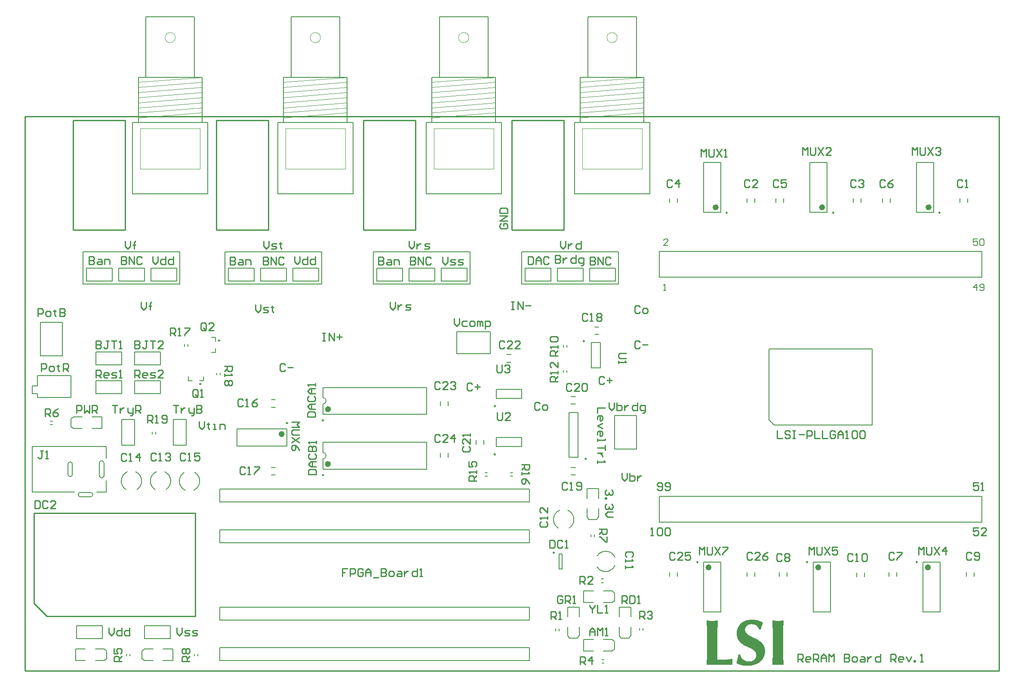
<source format=gto>
%FSAX25Y25*%
%MOIN*%
G70*
G01*
G75*
G04 Layer_Color=65535*
%ADD10C,0.01000*%
%ADD11C,0.01500*%
%ADD12C,0.00800*%
%ADD13C,0.00500*%
%ADD14R,0.05709X0.02362*%
%ADD15R,0.02362X0.05709*%
%ADD16R,0.03543X0.02756*%
%ADD17O,0.08661X0.02362*%
%ADD18R,0.05906X0.05906*%
%ADD19R,0.02756X0.03543*%
%ADD20O,0.06102X0.01378*%
%ADD21R,0.04803X0.01575*%
%ADD22R,0.06693X0.04331*%
%ADD23R,0.04331X0.06693*%
%ADD24R,0.05906X0.05906*%
%ADD25O,0.01378X0.06102*%
%ADD26O,0.02362X0.08661*%
%ADD27C,0.01969*%
%ADD28C,0.25590*%
%ADD29C,0.05906*%
%ADD30C,0.07874*%
%ADD31C,0.04331*%
%ADD32R,0.04331X0.04331*%
%ADD33R,0.04331X0.04331*%
%ADD34O,0.07874X0.17716*%
%ADD35O,0.07874X0.15748*%
%ADD36O,0.15748X0.07874*%
%ADD37C,0.05906*%
%ADD38O,0.05000X0.10000*%
%ADD39C,0.05315*%
%ADD40R,0.05315X0.05315*%
%ADD41R,0.05315X0.05315*%
%ADD42C,0.12992*%
%ADD43C,0.11811*%
%ADD44C,0.03000*%
%ADD45C,0.02000*%
%ADD46C,0.00984*%
%ADD47C,0.02362*%
%ADD48C,0.00787*%
%ADD49C,0.00098*%
%ADD50C,0.00100*%
%ADD51C,0.00098*%
D10*
X0212000Y0787500D02*
X0337000D01*
X0222000Y0707500D02*
X0337000D01*
Y0787500D01*
X0212000Y0717500D02*
X0222000Y0707500D01*
X0212000Y0717500D02*
Y0787500D01*
X0353421Y1010059D02*
Y1092000D01*
X0393579Y1010059D02*
Y1092000D01*
X0353421D02*
X0393579D01*
X0353421Y1007000D02*
Y1010059D01*
Y1007000D02*
X0393500D01*
X0393579D02*
Y1010059D01*
X0582421D02*
Y1092000D01*
X0622579Y1010059D02*
Y1092000D01*
X0582421D02*
X0622579D01*
X0582421Y1007000D02*
Y1010059D01*
Y1007000D02*
X0622500D01*
X0622579D02*
Y1010059D01*
X0467421D02*
Y1092000D01*
X0507579Y1010059D02*
Y1092000D01*
X0467421D02*
X0507579D01*
X0467421Y1007000D02*
Y1010059D01*
Y1007000D02*
X0507500D01*
X0507579D02*
Y1010059D01*
X0242421D02*
Y1092000D01*
X0282579Y1010059D02*
Y1092000D01*
X0242421D02*
X0282579D01*
X0242421Y1007000D02*
Y1010059D01*
Y1007000D02*
X0282500D01*
X0282579D02*
Y1010059D01*
X0300000Y0857500D02*
Y0863498D01*
X0302999D01*
X0303999Y0862498D01*
Y0860499D01*
X0302999Y0859499D01*
X0300000D01*
X0301999D02*
X0303999Y0857500D01*
X0305998D02*
X0307997D01*
X0306998D01*
Y0863498D01*
X0305998Y0862498D01*
X0310996Y0858500D02*
X0311996Y0857500D01*
X0313995D01*
X0314995Y0858500D01*
Y0862498D01*
X0313995Y0863498D01*
X0311996D01*
X0310996Y0862498D01*
Y0861499D01*
X0311996Y0860499D01*
X0314995D01*
X0359500Y0901500D02*
X0365498D01*
Y0898501D01*
X0364498Y0897501D01*
X0362499D01*
X0361499Y0898501D01*
Y0901500D01*
Y0899501D02*
X0359500Y0897501D01*
Y0895502D02*
Y0893503D01*
Y0894502D01*
X0365498D01*
X0364498Y0895502D01*
Y0890504D02*
X0365498Y0889504D01*
Y0887505D01*
X0364498Y0886505D01*
X0363499D01*
X0362499Y0887505D01*
X0361499Y0886505D01*
X0360500D01*
X0359500Y0887505D01*
Y0889504D01*
X0360500Y0890504D01*
X0361499D01*
X0362499Y0889504D01*
X0363499Y0890504D01*
X0364498D01*
X0362499Y0889504D02*
Y0887505D01*
X0317500Y0925000D02*
Y0930998D01*
X0320499D01*
X0321499Y0929998D01*
Y0927999D01*
X0320499Y0926999D01*
X0317500D01*
X0319499D02*
X0321499Y0925000D01*
X0323498D02*
X0325497D01*
X0324498D01*
Y0930998D01*
X0323498Y0929998D01*
X0328496Y0930998D02*
X0332495D01*
Y0929998D01*
X0328496Y0926000D01*
Y0925000D01*
X0345399Y0930100D02*
Y0934098D01*
X0344399Y0935098D01*
X0342400D01*
X0341400Y0934098D01*
Y0930100D01*
X0342400Y0929100D01*
X0344399D01*
X0343399Y0931099D02*
X0345399Y0929100D01*
X0344399D02*
X0345399Y0930100D01*
X0351397Y0929100D02*
X0347398D01*
X0351397Y0933099D01*
Y0934098D01*
X0350397Y0935098D01*
X0348398D01*
X0347398Y0934098D01*
X0338999Y0878500D02*
Y0882498D01*
X0337999Y0883498D01*
X0336000D01*
X0335000Y0882498D01*
Y0878500D01*
X0336000Y0877500D01*
X0337999D01*
X0336999Y0879499D02*
X0338999Y0877500D01*
X0337999D02*
X0338999Y0878500D01*
X0340998Y0877500D02*
X0342997D01*
X0341998D01*
Y0883498D01*
X0340998Y0882498D01*
X0618000Y0889500D02*
X0612002D01*
Y0892499D01*
X0613002Y0893499D01*
X0615001D01*
X0616001Y0892499D01*
Y0889500D01*
Y0891499D02*
X0618000Y0893499D01*
Y0895498D02*
Y0897497D01*
Y0896498D01*
X0612002D01*
X0613002Y0895498D01*
X0618000Y0904495D02*
Y0900496D01*
X0614001Y0904495D01*
X0613002D01*
X0612002Y0903496D01*
Y0901496D01*
X0613002Y0900496D01*
X0675156Y0753501D02*
X0676156Y0754501D01*
Y0756500D01*
X0675156Y0757500D01*
X0671157D01*
X0670157Y0756500D01*
Y0754501D01*
X0671157Y0753501D01*
X0670157Y0751502D02*
Y0749503D01*
Y0750502D01*
X0676156D01*
X0675156Y0751502D01*
X0670157Y0746504D02*
Y0744504D01*
Y0745504D01*
X0676156D01*
X0675156Y0746504D01*
X0570500Y0902498D02*
Y0897500D01*
X0571500Y0896500D01*
X0573499D01*
X0574499Y0897500D01*
Y0902498D01*
X0576498Y0901498D02*
X0577498Y0902498D01*
X0579497D01*
X0580497Y0901498D01*
Y0900499D01*
X0579497Y0899499D01*
X0578497D01*
X0579497D01*
X0580497Y0898499D01*
Y0897500D01*
X0579497Y0896500D01*
X0577498D01*
X0576498Y0897500D01*
X0571000Y0865498D02*
Y0860500D01*
X0572000Y0859500D01*
X0573999D01*
X0574999Y0860500D01*
Y0865498D01*
X0580997Y0859500D02*
X0576998D01*
X0580997Y0863499D01*
Y0864498D01*
X0579997Y0865498D01*
X0577998D01*
X0576998Y0864498D01*
X0670998Y0911500D02*
X0666000D01*
X0665000Y0910500D01*
Y0908501D01*
X0666000Y0907501D01*
X0670998D01*
X0665000Y0905502D02*
Y0903503D01*
Y0904502D01*
X0670998D01*
X0669998Y0905502D01*
X0590000Y0825000D02*
X0595998D01*
Y0822001D01*
X0594998Y0821001D01*
X0592999D01*
X0591999Y0822001D01*
Y0825000D01*
Y0823001D02*
X0590000Y0821001D01*
Y0819002D02*
Y0817003D01*
Y0818002D01*
X0595998D01*
X0594998Y0819002D01*
X0595998Y0810005D02*
X0594998Y0812004D01*
X0592999Y0814004D01*
X0591000D01*
X0590000Y0813004D01*
Y0811005D01*
X0591000Y0810005D01*
X0591999D01*
X0592999Y0811005D01*
Y0814004D01*
X0650000Y0775047D02*
X0655998D01*
Y0772048D01*
X0654998Y0771049D01*
X0652999D01*
X0651999Y0772048D01*
Y0775047D01*
Y0773048D02*
X0650000Y0771049D01*
X0655998Y0769049D02*
Y0765051D01*
X0654998D01*
X0651000Y0769049D01*
X0650000D01*
X0220453Y0862500D02*
Y0868498D01*
X0223452D01*
X0224451Y0867498D01*
Y0865499D01*
X0223452Y0864499D01*
X0220453D01*
X0222452D02*
X0224451Y0862500D01*
X0230450Y0868498D02*
X0228450Y0867498D01*
X0226451Y0865499D01*
Y0863500D01*
X0227450Y0862500D01*
X0229450D01*
X0230450Y0863500D01*
Y0864499D01*
X0229450Y0865499D01*
X0226451D01*
X0280000Y0672500D02*
X0274002D01*
Y0675499D01*
X0275002Y0676499D01*
X0277001D01*
X0278001Y0675499D01*
Y0672500D01*
Y0674499D02*
X0280000Y0676499D01*
X0274002Y0682497D02*
Y0678498D01*
X0277001D01*
X0276001Y0680498D01*
Y0681497D01*
X0277001Y0682497D01*
X0279000D01*
X0280000Y0681497D01*
Y0679498D01*
X0279000Y0678498D01*
X0635405Y0670000D02*
Y0675998D01*
X0638405D01*
X0639404Y0674998D01*
Y0672999D01*
X0638405Y0671999D01*
X0635405D01*
X0637405D02*
X0639404Y0670000D01*
X0644403D02*
Y0675998D01*
X0641403Y0672999D01*
X0645402D01*
X0635000Y0732500D02*
Y0738498D01*
X0637999D01*
X0638999Y0737498D01*
Y0735499D01*
X0637999Y0734499D01*
X0635000D01*
X0636999D02*
X0638999Y0732500D01*
X0644997D02*
X0640998D01*
X0644997Y0736499D01*
Y0737498D01*
X0643997Y0738498D01*
X0641998D01*
X0640998Y0737498D01*
X0612500Y0705000D02*
Y0710998D01*
X0615499D01*
X0616499Y0709998D01*
Y0707999D01*
X0615499Y0706999D01*
X0612500D01*
X0614499D02*
X0616499Y0705000D01*
X0618498D02*
X0620497D01*
X0619498D01*
Y0710998D01*
X0618498Y0709998D01*
X0411500Y0858000D02*
X0417498D01*
X0415499Y0856001D01*
X0417498Y0854001D01*
X0411500D01*
X0417498Y0852002D02*
X0412500D01*
X0411500Y0851002D01*
Y0849003D01*
X0412500Y0848003D01*
X0417498D01*
Y0846004D02*
X0411500Y0842005D01*
X0417498D02*
X0411500Y0846004D01*
X0417498Y0836007D02*
X0416498Y0838006D01*
X0414499Y0840006D01*
X0412500D01*
X0411500Y0839006D01*
Y0837007D01*
X0412500Y0836007D01*
X0413499D01*
X0414499Y0837007D01*
Y0840006D01*
X0812500Y0755000D02*
Y0760998D01*
X0814499Y0758999D01*
X0816499Y0760998D01*
Y0755000D01*
X0818498Y0760998D02*
Y0756000D01*
X0819498Y0755000D01*
X0821497D01*
X0822497Y0756000D01*
Y0760998D01*
X0824496D02*
X0828495Y0755000D01*
Y0760998D02*
X0824496Y0755000D01*
X0834493Y0760998D02*
X0830494D01*
Y0757999D01*
X0832493Y0758999D01*
X0833493D01*
X0834493Y0757999D01*
Y0756000D01*
X0833493Y0755000D01*
X0831494D01*
X0830494Y0756000D01*
X0897500Y0755000D02*
Y0760998D01*
X0899499Y0758999D01*
X0901499Y0760998D01*
Y0755000D01*
X0903498Y0760998D02*
Y0756000D01*
X0904498Y0755000D01*
X0906497D01*
X0907497Y0756000D01*
Y0760998D01*
X0909496D02*
X0913495Y0755000D01*
Y0760998D02*
X0909496Y0755000D01*
X0918493D02*
Y0760998D01*
X0915494Y0757999D01*
X0919493D01*
X0892500Y1065000D02*
Y1070998D01*
X0894499Y1068999D01*
X0896499Y1070998D01*
Y1065000D01*
X0898498Y1070998D02*
Y1066000D01*
X0899498Y1065000D01*
X0901497D01*
X0902497Y1066000D01*
Y1070998D01*
X0904496D02*
X0908495Y1065000D01*
Y1070998D02*
X0904496Y1065000D01*
X0910494Y1069998D02*
X0911494Y1070998D01*
X0913493D01*
X0914493Y1069998D01*
Y1068999D01*
X0913493Y1067999D01*
X0912494D01*
X0913493D01*
X0914493Y1066999D01*
Y1066000D01*
X0913493Y1065000D01*
X0911494D01*
X0910494Y1066000D01*
X0807500Y1065000D02*
Y1070998D01*
X0809499Y1068999D01*
X0811499Y1070998D01*
Y1065000D01*
X0813498Y1070998D02*
Y1066000D01*
X0814498Y1065000D01*
X0816497D01*
X0817497Y1066000D01*
Y1070998D01*
X0819496D02*
X0823495Y1065000D01*
Y1070998D02*
X0819496Y1065000D01*
X0829493D02*
X0825494D01*
X0829493Y1068999D01*
Y1069998D01*
X0828493Y1070998D01*
X0826494D01*
X0825494Y1069998D01*
X0728819Y1063721D02*
Y1069719D01*
X0730818Y1067719D01*
X0732818Y1069719D01*
Y1063721D01*
X0734817Y1069719D02*
Y1064720D01*
X0735817Y1063721D01*
X0737816D01*
X0738816Y1064720D01*
Y1069719D01*
X0740815D02*
X0744814Y1063721D01*
Y1069719D02*
X0740815Y1063721D01*
X0746813D02*
X0748812D01*
X0747813D01*
Y1069719D01*
X0746813Y1068719D01*
X0654549Y0869000D02*
X0648551D01*
Y0865001D01*
Y0860003D02*
Y0862002D01*
X0649551Y0863002D01*
X0651550D01*
X0652550Y0862002D01*
Y0860003D01*
X0651550Y0859003D01*
X0650551D01*
Y0863002D01*
X0652550Y0857004D02*
X0648551Y0855005D01*
X0652550Y0853005D01*
X0648551Y0848007D02*
Y0850006D01*
X0649551Y0851006D01*
X0651550D01*
X0652550Y0850006D01*
Y0848007D01*
X0651550Y0847007D01*
X0650551D01*
Y0851006D01*
X0648551Y0845008D02*
Y0843009D01*
Y0844008D01*
X0654549D01*
Y0845008D01*
Y0840009D02*
Y0836011D01*
Y0838010D01*
X0648551D01*
X0652550Y0834011D02*
X0648551D01*
X0650551D01*
X0651550Y0833012D01*
X0652550Y0832012D01*
Y0831012D01*
X0648551Y0828013D02*
Y0826014D01*
Y0827014D01*
X0654549D01*
X0653549Y0828013D01*
X0218999Y0835872D02*
X0216999D01*
X0217999D01*
Y0830874D01*
X0216999Y0829874D01*
X0216000D01*
X0215000Y0830874D01*
X0220998Y0829874D02*
X0222997D01*
X0221998D01*
Y0835872D01*
X0220998Y0834873D01*
X0611500Y0766498D02*
Y0760500D01*
X0614499D01*
X0615499Y0761500D01*
Y0765498D01*
X0614499Y0766498D01*
X0611500D01*
X0621497Y0765498D02*
X0620497Y0766498D01*
X0618498D01*
X0617498Y0765498D01*
Y0761500D01*
X0618498Y0760500D01*
X0620497D01*
X0621497Y0761500D01*
X0623496Y0760500D02*
X0625495D01*
X0624496D01*
Y0766498D01*
X0623496Y0765498D01*
X0212500Y0796998D02*
Y0791000D01*
X0215499D01*
X0216499Y0792000D01*
Y0795998D01*
X0215499Y0796998D01*
X0212500D01*
X0222497Y0795998D02*
X0221497Y0796998D01*
X0219498D01*
X0218498Y0795998D01*
Y0792000D01*
X0219498Y0791000D01*
X0221497D01*
X0222497Y0792000D01*
X0228495Y0791000D02*
X0224496D01*
X0228495Y0794999D01*
Y0795998D01*
X0227495Y0796998D01*
X0225496D01*
X0224496Y0795998D01*
X0424502Y0817500D02*
X0430500D01*
Y0820499D01*
X0429500Y0821499D01*
X0425502D01*
X0424502Y0820499D01*
Y0817500D01*
X0430500Y0823498D02*
X0426501D01*
X0424502Y0825498D01*
X0426501Y0827497D01*
X0430500D01*
X0427501D01*
Y0823498D01*
X0425502Y0833495D02*
X0424502Y0832495D01*
Y0830496D01*
X0425502Y0829496D01*
X0429500D01*
X0430500Y0830496D01*
Y0832495D01*
X0429500Y0833495D01*
X0424502Y0835494D02*
X0430500D01*
Y0838493D01*
X0429500Y0839493D01*
X0428501D01*
X0427501Y0838493D01*
Y0835494D01*
Y0838493D01*
X0426501Y0839493D01*
X0425502D01*
X0424502Y0838493D01*
Y0835494D01*
X0430500Y0841492D02*
Y0843492D01*
Y0842492D01*
X0424502D01*
X0425502Y0841492D01*
X0424002Y0862000D02*
X0430000D01*
Y0864999D01*
X0429000Y0865999D01*
X0425002D01*
X0424002Y0864999D01*
Y0862000D01*
X0430000Y0867998D02*
X0426001D01*
X0424002Y0869998D01*
X0426001Y0871997D01*
X0430000D01*
X0427001D01*
Y0867998D01*
X0425002Y0877995D02*
X0424002Y0876995D01*
Y0874996D01*
X0425002Y0873996D01*
X0429000D01*
X0430000Y0874996D01*
Y0876995D01*
X0429000Y0877995D01*
X0430000Y0879994D02*
X0426001D01*
X0424002Y0881994D01*
X0426001Y0883993D01*
X0430000D01*
X0427001D01*
Y0879994D01*
X0430000Y0885992D02*
Y0887992D01*
Y0886992D01*
X0424002D01*
X0425002Y0885992D01*
X0526499Y0847498D02*
X0525499Y0848498D01*
X0523500D01*
X0522500Y0847498D01*
Y0843500D01*
X0523500Y0842500D01*
X0525499D01*
X0526499Y0843500D01*
X0532497Y0842500D02*
X0528498D01*
X0532497Y0846499D01*
Y0847498D01*
X0531497Y0848498D01*
X0529498D01*
X0528498Y0847498D01*
X0537495Y0842500D02*
Y0848498D01*
X0534496Y0845499D01*
X0538495D01*
X0526499Y0888498D02*
X0525499Y0889498D01*
X0523500D01*
X0522500Y0888498D01*
Y0884500D01*
X0523500Y0883500D01*
X0525499D01*
X0526499Y0884500D01*
X0532497Y0883500D02*
X0528498D01*
X0532497Y0887499D01*
Y0888498D01*
X0531497Y0889498D01*
X0529498D01*
X0528498Y0888498D01*
X0534496D02*
X0535496Y0889498D01*
X0537495D01*
X0538495Y0888498D01*
Y0887499D01*
X0537495Y0886499D01*
X0536495D01*
X0537495D01*
X0538495Y0885499D01*
Y0884500D01*
X0537495Y0883500D01*
X0535496D01*
X0534496Y0884500D01*
X0576499Y0919998D02*
X0575499Y0920998D01*
X0573500D01*
X0572500Y0919998D01*
Y0916000D01*
X0573500Y0915000D01*
X0575499D01*
X0576499Y0916000D01*
X0582497Y0915000D02*
X0578498D01*
X0582497Y0918999D01*
Y0919998D01*
X0581497Y0920998D01*
X0579498D01*
X0578498Y0919998D01*
X0588495Y0915000D02*
X0584496D01*
X0588495Y0918999D01*
Y0919998D01*
X0587495Y0920998D01*
X0585496D01*
X0584496Y0919998D01*
X0545002Y0838999D02*
X0544002Y0837999D01*
Y0836000D01*
X0545002Y0835000D01*
X0549000D01*
X0550000Y0836000D01*
Y0837999D01*
X0549000Y0838999D01*
X0550000Y0844997D02*
Y0840998D01*
X0546001Y0844997D01*
X0545002D01*
X0544002Y0843997D01*
Y0841998D01*
X0545002Y0840998D01*
X0550000Y0846996D02*
Y0848995D01*
Y0847996D01*
X0544002D01*
X0545002Y0846996D01*
X0628499Y0886998D02*
X0627499Y0887998D01*
X0625500D01*
X0624500Y0886998D01*
Y0883000D01*
X0625500Y0882000D01*
X0627499D01*
X0628499Y0883000D01*
X0634497Y0882000D02*
X0630498D01*
X0634497Y0885999D01*
Y0886998D01*
X0633497Y0887998D01*
X0631498D01*
X0630498Y0886998D01*
X0636496D02*
X0637496Y0887998D01*
X0639495D01*
X0640495Y0886998D01*
Y0883000D01*
X0639495Y0882000D01*
X0637496D01*
X0636496Y0883000D01*
Y0886998D01*
X0625184Y0810498D02*
X0624184Y0811498D01*
X0622185D01*
X0621185Y0810498D01*
Y0806500D01*
X0622185Y0805500D01*
X0624184D01*
X0625184Y0806500D01*
X0627183Y0805500D02*
X0629182D01*
X0628183D01*
Y0811498D01*
X0627183Y0810498D01*
X0632181Y0806500D02*
X0633181Y0805500D01*
X0635181D01*
X0636180Y0806500D01*
Y0810498D01*
X0635181Y0811498D01*
X0633181D01*
X0632181Y0810498D01*
Y0809499D01*
X0633181Y0808499D01*
X0636180D01*
X0641042Y0941498D02*
X0640042Y0942498D01*
X0638043D01*
X0637043Y0941498D01*
Y0937500D01*
X0638043Y0936500D01*
X0640042D01*
X0641042Y0937500D01*
X0643041Y0936500D02*
X0645041D01*
X0644041D01*
Y0942498D01*
X0643041Y0941498D01*
X0648040D02*
X0649039Y0942498D01*
X0651039D01*
X0652038Y0941498D01*
Y0940499D01*
X0651039Y0939499D01*
X0652038Y0938499D01*
Y0937500D01*
X0651039Y0936500D01*
X0649039D01*
X0648040Y0937500D01*
Y0938499D01*
X0649039Y0939499D01*
X0648040Y0940499D01*
Y0941498D01*
X0649039Y0939499D02*
X0651039D01*
X0375499Y0822498D02*
X0374499Y0823498D01*
X0372500D01*
X0371500Y0822498D01*
Y0818500D01*
X0372500Y0817500D01*
X0374499D01*
X0375499Y0818500D01*
X0377498Y0817500D02*
X0379497D01*
X0378498D01*
Y0823498D01*
X0377498Y0822498D01*
X0382496Y0823498D02*
X0386495D01*
Y0822498D01*
X0382496Y0818500D01*
Y0817500D01*
X0373999Y0874998D02*
X0372999Y0875998D01*
X0371000D01*
X0370000Y0874998D01*
Y0871000D01*
X0371000Y0870000D01*
X0372999D01*
X0373999Y0871000D01*
X0375998Y0870000D02*
X0377997D01*
X0376998D01*
Y0875998D01*
X0375998Y0874998D01*
X0384995Y0875998D02*
X0382996Y0874998D01*
X0380996Y0872999D01*
Y0871000D01*
X0381996Y0870000D01*
X0383995D01*
X0384995Y0871000D01*
Y0871999D01*
X0383995Y0872999D01*
X0380996D01*
X0283499Y0832841D02*
X0282499Y0833841D01*
X0280500D01*
X0279500Y0832841D01*
Y0828842D01*
X0280500Y0827843D01*
X0282499D01*
X0283499Y0828842D01*
X0285498Y0827843D02*
X0287497D01*
X0286498D01*
Y0833841D01*
X0285498Y0832841D01*
X0293495Y0827843D02*
Y0833841D01*
X0290496Y0830842D01*
X0294495D01*
X0605002Y0780841D02*
X0604002Y0779842D01*
Y0777842D01*
X0605002Y0776843D01*
X0609000D01*
X0610000Y0777842D01*
Y0779842D01*
X0609000Y0780841D01*
X0610000Y0782841D02*
Y0784840D01*
Y0783840D01*
X0604002D01*
X0605002Y0782841D01*
X0610000Y0791838D02*
Y0787839D01*
X0606001Y0791838D01*
X0605002D01*
X0604002Y0790838D01*
Y0788839D01*
X0605002Y0787839D01*
X0846499Y0754998D02*
X0845499Y0755998D01*
X0843500D01*
X0842500Y0754998D01*
Y0751000D01*
X0843500Y0750000D01*
X0845499D01*
X0846499Y0751000D01*
X0848498Y0750000D02*
X0850497D01*
X0849498D01*
Y0755998D01*
X0848498Y0754998D01*
X0853496D02*
X0854496Y0755998D01*
X0856495D01*
X0857495Y0754998D01*
Y0751000D01*
X0856495Y0750000D01*
X0854496D01*
X0853496Y0751000D01*
Y0754998D01*
X0938599Y0756098D02*
X0937599Y0757098D01*
X0935600D01*
X0934600Y0756098D01*
Y0752100D01*
X0935600Y0751100D01*
X0937599D01*
X0938599Y0752100D01*
X0940598D02*
X0941598Y0751100D01*
X0943597D01*
X0944597Y0752100D01*
Y0756098D01*
X0943597Y0757098D01*
X0941598D01*
X0940598Y0756098D01*
Y0755099D01*
X0941598Y0754099D01*
X0944597D01*
X0791499Y0754998D02*
X0790499Y0755998D01*
X0788500D01*
X0787500Y0754998D01*
Y0751000D01*
X0788500Y0750000D01*
X0790499D01*
X0791499Y0751000D01*
X0793498Y0754998D02*
X0794498Y0755998D01*
X0796497D01*
X0797497Y0754998D01*
Y0753999D01*
X0796497Y0752999D01*
X0797497Y0751999D01*
Y0751000D01*
X0796497Y0750000D01*
X0794498D01*
X0793498Y0751000D01*
Y0751999D01*
X0794498Y0752999D01*
X0793498Y0753999D01*
Y0754998D01*
X0794498Y0752999D02*
X0796497D01*
X0878599Y0756098D02*
X0877599Y0757098D01*
X0875600D01*
X0874600Y0756098D01*
Y0752100D01*
X0875600Y0751100D01*
X0877599D01*
X0878599Y0752100D01*
X0880598Y0757098D02*
X0884597D01*
Y0756098D01*
X0880598Y0752100D01*
Y0751100D01*
X0871499Y1044998D02*
X0870499Y1045998D01*
X0868500D01*
X0867500Y1044998D01*
Y1041000D01*
X0868500Y1040000D01*
X0870499D01*
X0871499Y1041000D01*
X0877497Y1045998D02*
X0875497Y1044998D01*
X0873498Y1042999D01*
Y1041000D01*
X0874498Y1040000D01*
X0876497D01*
X0877497Y1041000D01*
Y1041999D01*
X0876497Y1042999D01*
X0873498D01*
X0788999Y1044998D02*
X0787999Y1045998D01*
X0786000D01*
X0785000Y1044998D01*
Y1041000D01*
X0786000Y1040000D01*
X0787999D01*
X0788999Y1041000D01*
X0794997Y1045998D02*
X0790998D01*
Y1042999D01*
X0792997Y1043999D01*
X0793997D01*
X0794997Y1042999D01*
Y1041000D01*
X0793997Y1040000D01*
X0791998D01*
X0790998Y1041000D01*
X0706499Y1044998D02*
X0705499Y1045998D01*
X0703500D01*
X0702500Y1044998D01*
Y1041000D01*
X0703500Y1040000D01*
X0705499D01*
X0706499Y1041000D01*
X0711497Y1040000D02*
Y1045998D01*
X0708498Y1042999D01*
X0712497D01*
X0848999Y1044998D02*
X0847999Y1045998D01*
X0846000D01*
X0845000Y1044998D01*
Y1041000D01*
X0846000Y1040000D01*
X0847999D01*
X0848999Y1041000D01*
X0850998Y1044998D02*
X0851998Y1045998D01*
X0853997D01*
X0854997Y1044998D01*
Y1043999D01*
X0853997Y1042999D01*
X0852997D01*
X0853997D01*
X0854997Y1041999D01*
Y1041000D01*
X0853997Y1040000D01*
X0851998D01*
X0850998Y1041000D01*
X0766499Y1044998D02*
X0765499Y1045998D01*
X0763500D01*
X0762500Y1044998D01*
Y1041000D01*
X0763500Y1040000D01*
X0765499D01*
X0766499Y1041000D01*
X0772497Y1040000D02*
X0768498D01*
X0772497Y1043999D01*
Y1044998D01*
X0771497Y1045998D01*
X0769498D01*
X0768498Y1044998D01*
X0931499D02*
X0930499Y1045998D01*
X0928500D01*
X0927500Y1044998D01*
Y1041000D01*
X0928500Y1040000D01*
X0930499D01*
X0931499Y1041000D01*
X0933498Y1040000D02*
X0935497D01*
X0934498D01*
Y1045998D01*
X0933498Y1044998D01*
X0454999Y0744498D02*
X0451000D01*
Y0741499D01*
X0452999D01*
X0451000D01*
Y0738500D01*
X0456998D02*
Y0744498D01*
X0459997D01*
X0460997Y0743498D01*
Y0741499D01*
X0459997Y0740499D01*
X0456998D01*
X0466995Y0743498D02*
X0465995Y0744498D01*
X0463996D01*
X0462996Y0743498D01*
Y0739500D01*
X0463996Y0738500D01*
X0465995D01*
X0466995Y0739500D01*
Y0741499D01*
X0464995D01*
X0468994Y0738500D02*
Y0742499D01*
X0470994Y0744498D01*
X0472993Y0742499D01*
Y0738500D01*
Y0741499D01*
X0468994D01*
X0474992Y0737500D02*
X0478991D01*
X0480990Y0744498D02*
Y0738500D01*
X0483989D01*
X0484989Y0739500D01*
Y0740499D01*
X0483989Y0741499D01*
X0480990D01*
X0483989D01*
X0484989Y0742499D01*
Y0743498D01*
X0483989Y0744498D01*
X0480990D01*
X0487988Y0738500D02*
X0489987D01*
X0490987Y0739500D01*
Y0741499D01*
X0489987Y0742499D01*
X0487988D01*
X0486988Y0741499D01*
Y0739500D01*
X0487988Y0738500D01*
X0493986Y0742499D02*
X0495985D01*
X0496985Y0741499D01*
Y0738500D01*
X0493986D01*
X0492986Y0739500D01*
X0493986Y0740499D01*
X0496985D01*
X0498984Y0742499D02*
Y0738500D01*
Y0740499D01*
X0499984Y0741499D01*
X0500984Y0742499D01*
X0501983D01*
X0508981Y0744498D02*
Y0738500D01*
X0505982D01*
X0504983Y0739500D01*
Y0741499D01*
X0505982Y0742499D01*
X0508981D01*
X0510981Y0738500D02*
X0512980D01*
X0511980D01*
Y0744498D01*
X0510981Y0743498D01*
X0681100Y0705447D02*
Y0711445D01*
X0684099D01*
X0685099Y0710446D01*
Y0708446D01*
X0684099Y0707447D01*
X0681100D01*
X0683099D02*
X0685099Y0705447D01*
X0687098Y0710446D02*
X0688098Y0711445D01*
X0690097D01*
X0691097Y0710446D01*
Y0709446D01*
X0690097Y0708446D01*
X0689097D01*
X0690097D01*
X0691097Y0707447D01*
Y0706447D01*
X0690097Y0705447D01*
X0688098D01*
X0687098Y0706447D01*
X0642500Y0715998D02*
Y0714998D01*
X0644499Y0712999D01*
X0646499Y0714998D01*
Y0715998D01*
X0644499Y0712999D02*
Y0710000D01*
X0648498Y0715998D02*
Y0710000D01*
X0652497D01*
X0654496D02*
X0656495D01*
X0655496D01*
Y0715998D01*
X0654496Y0714998D01*
X0621499Y0722498D02*
X0620499Y0723498D01*
X0618500D01*
X0617500Y0722498D01*
Y0718500D01*
X0618500Y0717500D01*
X0620499D01*
X0621499Y0718500D01*
Y0720499D01*
X0619499D01*
X0623498Y0717500D02*
Y0723498D01*
X0626497D01*
X0627497Y0722498D01*
Y0720499D01*
X0626497Y0719499D01*
X0623498D01*
X0625497D02*
X0627497Y0717500D01*
X0629496D02*
X0631495D01*
X0630496D01*
Y0723498D01*
X0629496Y0722498D01*
X0667500Y0717500D02*
Y0723498D01*
X0670499D01*
X0671499Y0722498D01*
Y0720499D01*
X0670499Y0719499D01*
X0667500D01*
X0669499D02*
X0671499Y0717500D01*
X0673498Y0723498D02*
Y0717500D01*
X0676497D01*
X0677497Y0718500D01*
Y0722498D01*
X0676497Y0723498D01*
X0673498D01*
X0679496Y0717500D02*
X0681495D01*
X0680496D01*
Y0723498D01*
X0679496Y0722498D01*
X0642500Y0692500D02*
Y0696499D01*
X0644499Y0698498D01*
X0646499Y0696499D01*
Y0692500D01*
Y0695499D01*
X0642500D01*
X0648498Y0692500D02*
Y0698498D01*
X0650497Y0696499D01*
X0652497Y0698498D01*
Y0692500D01*
X0654496D02*
X0656495D01*
X0655496D01*
Y0698498D01*
X0654496Y0697498D01*
X0332500Y0672500D02*
X0326502D01*
Y0675499D01*
X0327502Y0676499D01*
X0329501D01*
X0330501Y0675499D01*
Y0672500D01*
Y0674499D02*
X0332500Y0676499D01*
X0327502Y0678498D02*
X0326502Y0679498D01*
Y0681497D01*
X0327502Y0682497D01*
X0328501D01*
X0329501Y0681497D01*
X0330501Y0682497D01*
X0331500D01*
X0332500Y0681497D01*
Y0679498D01*
X0331500Y0678498D01*
X0330501D01*
X0329501Y0679498D01*
X0328501Y0678498D01*
X0327502D01*
X0329501Y0679498D02*
Y0681497D01*
X0329199Y0833241D02*
X0328199Y0834241D01*
X0326200D01*
X0325200Y0833241D01*
Y0829242D01*
X0326200Y0828242D01*
X0328199D01*
X0329199Y0829242D01*
X0331198Y0828242D02*
X0333197D01*
X0332198D01*
Y0834241D01*
X0331198Y0833241D01*
X0340195Y0834241D02*
X0336196D01*
Y0831242D01*
X0338196Y0832241D01*
X0339195D01*
X0340195Y0831242D01*
Y0829242D01*
X0339195Y0828242D01*
X0337196D01*
X0336196Y0829242D01*
X0306699Y0833241D02*
X0305699Y0834241D01*
X0303700D01*
X0302700Y0833241D01*
Y0829242D01*
X0303700Y0828242D01*
X0305699D01*
X0306699Y0829242D01*
X0308698Y0828242D02*
X0310697D01*
X0309698D01*
Y0834241D01*
X0308698Y0833241D01*
X0313697D02*
X0314696Y0834241D01*
X0316695D01*
X0317695Y0833241D01*
Y0832241D01*
X0316695Y0831242D01*
X0315696D01*
X0316695D01*
X0317695Y0830242D01*
Y0829242D01*
X0316695Y0828242D01*
X0314696D01*
X0313697Y0829242D01*
X0618000Y0909500D02*
X0612002D01*
Y0912499D01*
X0613002Y0913499D01*
X0615001D01*
X0616001Y0912499D01*
Y0909500D01*
Y0911499D02*
X0618000Y0913499D01*
Y0915498D02*
Y0917498D01*
Y0916498D01*
X0612002D01*
X0613002Y0915498D01*
Y0920496D02*
X0612002Y0921496D01*
Y0923495D01*
X0613002Y0924495D01*
X0617000D01*
X0618000Y0923495D01*
Y0921496D01*
X0617000Y0920496D01*
X0613002D01*
X0555000Y0812500D02*
X0549002D01*
Y0815499D01*
X0550002Y0816499D01*
X0552001D01*
X0553001Y0815499D01*
Y0812500D01*
Y0814499D02*
X0555000Y0816499D01*
Y0818498D02*
Y0820498D01*
Y0819498D01*
X0549002D01*
X0550002Y0818498D01*
X0549002Y0827495D02*
Y0823497D01*
X0552001D01*
X0551001Y0825496D01*
Y0826495D01*
X0552001Y0827495D01*
X0554000D01*
X0555000Y0826495D01*
Y0824496D01*
X0554000Y0823497D01*
X0708599Y0756098D02*
X0707599Y0757098D01*
X0705600D01*
X0704600Y0756098D01*
Y0752100D01*
X0705600Y0751100D01*
X0707599D01*
X0708599Y0752100D01*
X0714597Y0751100D02*
X0710598D01*
X0714597Y0755099D01*
Y0756098D01*
X0713597Y0757098D01*
X0711598D01*
X0710598Y0756098D01*
X0720595Y0757098D02*
X0716596D01*
Y0754099D01*
X0718596Y0755099D01*
X0719595D01*
X0720595Y0754099D01*
Y0752100D01*
X0719595Y0751100D01*
X0717596D01*
X0716596Y0752100D01*
X0768599Y0756098D02*
X0767599Y0757098D01*
X0765600D01*
X0764600Y0756098D01*
Y0752100D01*
X0765600Y0751100D01*
X0767599D01*
X0768599Y0752100D01*
X0774597Y0751100D02*
X0770598D01*
X0774597Y0755099D01*
Y0756098D01*
X0773597Y0757098D01*
X0771598D01*
X0770598Y0756098D01*
X0780595Y0757098D02*
X0778595Y0756098D01*
X0776596Y0754099D01*
Y0752100D01*
X0777596Y0751100D01*
X0779595D01*
X0780595Y0752100D01*
Y0753099D01*
X0779595Y0754099D01*
X0776596D01*
X0727500Y0755000D02*
Y0760998D01*
X0729499Y0758999D01*
X0731499Y0760998D01*
Y0755000D01*
X0733498Y0760998D02*
Y0756000D01*
X0734498Y0755000D01*
X0736497D01*
X0737497Y0756000D01*
Y0760998D01*
X0739496D02*
X0743495Y0755000D01*
Y0760998D02*
X0739496Y0755000D01*
X0745494Y0760998D02*
X0749493D01*
Y0759998D01*
X0745494Y0756000D01*
Y0755000D01*
X0804000Y0672000D02*
Y0677998D01*
X0806999D01*
X0807999Y0676998D01*
Y0674999D01*
X0806999Y0673999D01*
X0804000D01*
X0805999D02*
X0807999Y0672000D01*
X0812997D02*
X0810998D01*
X0809998Y0673000D01*
Y0674999D01*
X0810998Y0675999D01*
X0812997D01*
X0813997Y0674999D01*
Y0673999D01*
X0809998D01*
X0815996Y0672000D02*
Y0677998D01*
X0818995D01*
X0819995Y0676998D01*
Y0674999D01*
X0818995Y0673999D01*
X0815996D01*
X0817995D02*
X0819995Y0672000D01*
X0821994D02*
Y0675999D01*
X0823993Y0677998D01*
X0825993Y0675999D01*
Y0672000D01*
Y0674999D01*
X0821994D01*
X0827992Y0672000D02*
Y0677998D01*
X0829992Y0675999D01*
X0831991Y0677998D01*
Y0672000D01*
X0839988Y0677998D02*
Y0672000D01*
X0842987D01*
X0843987Y0673000D01*
Y0673999D01*
X0842987Y0674999D01*
X0839988D01*
X0842987D01*
X0843987Y0675999D01*
Y0676998D01*
X0842987Y0677998D01*
X0839988D01*
X0846986Y0672000D02*
X0848985D01*
X0849985Y0673000D01*
Y0674999D01*
X0848985Y0675999D01*
X0846986D01*
X0845986Y0674999D01*
Y0673000D01*
X0846986Y0672000D01*
X0852984Y0675999D02*
X0854984D01*
X0855983Y0674999D01*
Y0672000D01*
X0852984D01*
X0851984Y0673000D01*
X0852984Y0673999D01*
X0855983D01*
X0857983Y0675999D02*
Y0672000D01*
Y0673999D01*
X0858982Y0674999D01*
X0859982Y0675999D01*
X0860981D01*
X0867979Y0677998D02*
Y0672000D01*
X0864980D01*
X0863981Y0673000D01*
Y0674999D01*
X0864980Y0675999D01*
X0867979D01*
X0875977Y0672000D02*
Y0677998D01*
X0878976D01*
X0879975Y0676998D01*
Y0674999D01*
X0878976Y0673999D01*
X0875977D01*
X0877976D02*
X0879975Y0672000D01*
X0884974D02*
X0882974D01*
X0881975Y0673000D01*
Y0674999D01*
X0882974Y0675999D01*
X0884974D01*
X0885973Y0674999D01*
Y0673999D01*
X0881975D01*
X0887973Y0675999D02*
X0889972Y0672000D01*
X0891971Y0675999D01*
X0893971Y0672000D02*
Y0673000D01*
X0894971D01*
Y0672000D01*
X0893971D01*
X0898969D02*
X0900969D01*
X0899969D01*
Y0677998D01*
X0898969Y0676998D01*
X0788000Y0851498D02*
Y0845500D01*
X0791999D01*
X0797997Y0850498D02*
X0796997Y0851498D01*
X0794998D01*
X0793998Y0850498D01*
Y0849499D01*
X0794998Y0848499D01*
X0796997D01*
X0797997Y0847499D01*
Y0846500D01*
X0796997Y0845500D01*
X0794998D01*
X0793998Y0846500D01*
X0799996Y0851498D02*
X0801995D01*
X0800996D01*
Y0845500D01*
X0799996D01*
X0801995D01*
X0804994Y0848499D02*
X0808993D01*
X0810993Y0845500D02*
Y0851498D01*
X0813992D01*
X0814991Y0850498D01*
Y0848499D01*
X0813992Y0847499D01*
X0810993D01*
X0816991Y0851498D02*
Y0845500D01*
X0820989D01*
X0822989Y0851498D02*
Y0845500D01*
X0826987D01*
X0832985Y0850498D02*
X0831986Y0851498D01*
X0829986D01*
X0828987Y0850498D01*
Y0846500D01*
X0829986Y0845500D01*
X0831986D01*
X0832985Y0846500D01*
Y0848499D01*
X0830986D01*
X0834985Y0845500D02*
Y0849499D01*
X0836984Y0851498D01*
X0838984Y0849499D01*
Y0845500D01*
Y0848499D01*
X0834985D01*
X0840983Y0845500D02*
X0842982D01*
X0841982D01*
Y0851498D01*
X0840983Y0850498D01*
X0845981D02*
X0846981Y0851498D01*
X0848980D01*
X0849980Y0850498D01*
Y0846500D01*
X0848980Y0845500D01*
X0846981D01*
X0845981Y0846500D01*
Y0850498D01*
X0851979D02*
X0852979Y0851498D01*
X0854978D01*
X0855978Y0850498D01*
Y0846500D01*
X0854978Y0845500D01*
X0852979D01*
X0851979Y0846500D01*
Y0850498D01*
X0657500Y0872998D02*
Y0868999D01*
X0659499Y0867000D01*
X0661499Y0868999D01*
Y0872998D01*
X0663498D02*
Y0867000D01*
X0666497D01*
X0667497Y0868000D01*
Y0868999D01*
Y0869999D01*
X0666497Y0870999D01*
X0663498D01*
X0669496D02*
Y0867000D01*
Y0868999D01*
X0670496Y0869999D01*
X0671495Y0870999D01*
X0672495D01*
X0679493Y0872998D02*
Y0867000D01*
X0676494D01*
X0675494Y0868000D01*
Y0869999D01*
X0676494Y0870999D01*
X0679493D01*
X0683492Y0865001D02*
X0684491D01*
X0685491Y0866000D01*
Y0870999D01*
X0682492D01*
X0681492Y0869999D01*
Y0868000D01*
X0682492Y0867000D01*
X0685491D01*
X0537500Y0938498D02*
Y0934499D01*
X0539499Y0932500D01*
X0541499Y0934499D01*
Y0938498D01*
X0547497Y0936499D02*
X0544498D01*
X0543498Y0935499D01*
Y0933500D01*
X0544498Y0932500D01*
X0547497D01*
X0550496D02*
X0552495D01*
X0553495Y0933500D01*
Y0935499D01*
X0552495Y0936499D01*
X0550496D01*
X0549496Y0935499D01*
Y0933500D01*
X0550496Y0932500D01*
X0555494D02*
Y0936499D01*
X0556494D01*
X0557493Y0935499D01*
Y0932500D01*
Y0935499D01*
X0558493Y0936499D01*
X0559493Y0935499D01*
Y0932500D01*
X0561492Y0930501D02*
Y0936499D01*
X0564491D01*
X0565491Y0935499D01*
Y0933500D01*
X0564491Y0932500D01*
X0561492D01*
X0217500Y0897500D02*
Y0903498D01*
X0220499D01*
X0221499Y0902498D01*
Y0900499D01*
X0220499Y0899499D01*
X0217500D01*
X0224498Y0897500D02*
X0226497D01*
X0227497Y0898500D01*
Y0900499D01*
X0226497Y0901499D01*
X0224498D01*
X0223498Y0900499D01*
Y0898500D01*
X0224498Y0897500D01*
X0230496Y0902498D02*
Y0901499D01*
X0229496D01*
X0231495D01*
X0230496D01*
Y0898500D01*
X0231495Y0897500D01*
X0234494D02*
Y0903498D01*
X0237493D01*
X0238493Y0902498D01*
Y0900499D01*
X0237493Y0899499D01*
X0234494D01*
X0236494D02*
X0238493Y0897500D01*
X0272500Y0870998D02*
X0276499D01*
X0274499D01*
Y0865000D01*
X0278498Y0868999D02*
Y0865000D01*
Y0866999D01*
X0279498Y0867999D01*
X0280497Y0868999D01*
X0281497D01*
X0284496D02*
Y0866000D01*
X0285496Y0865000D01*
X0288495D01*
Y0864000D01*
X0287495Y0863001D01*
X0286495D01*
X0288495Y0865000D02*
Y0868999D01*
X0290494Y0865000D02*
Y0870998D01*
X0293493D01*
X0294493Y0869998D01*
Y0867999D01*
X0293493Y0866999D01*
X0290494D01*
X0292494D02*
X0294493Y0865000D01*
X0320000Y0870998D02*
X0323999D01*
X0321999D01*
Y0865000D01*
X0325998Y0868999D02*
Y0865000D01*
Y0866999D01*
X0326998Y0867999D01*
X0327997Y0868999D01*
X0328997D01*
X0331996D02*
Y0866000D01*
X0332996Y0865000D01*
X0335995D01*
Y0864000D01*
X0334995Y0863001D01*
X0333995D01*
X0335995Y0865000D02*
Y0868999D01*
X0337994Y0870998D02*
Y0865000D01*
X0340993D01*
X0341993Y0866000D01*
Y0866999D01*
X0340993Y0867999D01*
X0337994D01*
X0340993D01*
X0341993Y0868999D01*
Y0869998D01*
X0340993Y0870998D01*
X0337994D01*
X0215000Y0940000D02*
Y0945998D01*
X0217999D01*
X0218999Y0944998D01*
Y0942999D01*
X0217999Y0941999D01*
X0215000D01*
X0221998Y0940000D02*
X0223997D01*
X0224997Y0941000D01*
Y0942999D01*
X0223997Y0943999D01*
X0221998D01*
X0220998Y0942999D01*
Y0941000D01*
X0221998Y0940000D01*
X0227996Y0944998D02*
Y0943999D01*
X0226996D01*
X0228995D01*
X0227996D01*
Y0941000D01*
X0228995Y0940000D01*
X0231995Y0945998D02*
Y0940000D01*
X0234994D01*
X0235993Y0941000D01*
Y0941999D01*
X0234994Y0942999D01*
X0231995D01*
X0234994D01*
X0235993Y0943999D01*
Y0944998D01*
X0234994Y0945998D01*
X0231995D01*
X0390000Y0998498D02*
Y0994499D01*
X0391999Y0992500D01*
X0393999Y0994499D01*
Y0998498D01*
X0395998Y0992500D02*
X0398997D01*
X0399997Y0993500D01*
X0398997Y0994499D01*
X0396998D01*
X0395998Y0995499D01*
X0396998Y0996499D01*
X0399997D01*
X0402996Y0997498D02*
Y0996499D01*
X0401996D01*
X0403995D01*
X0402996D01*
Y0993500D01*
X0403995Y0992500D01*
X0502500Y0998498D02*
Y0994499D01*
X0504499Y0992500D01*
X0506499Y0994499D01*
Y0998498D01*
X0508498Y0996499D02*
Y0992500D01*
Y0994499D01*
X0509498Y0995499D01*
X0510497Y0996499D01*
X0511497D01*
X0514496Y0992500D02*
X0517495D01*
X0518495Y0993500D01*
X0517495Y0994499D01*
X0515496D01*
X0514496Y0995499D01*
X0515496Y0996499D01*
X0518495D01*
X0620000Y0998498D02*
Y0994499D01*
X0621999Y0992500D01*
X0623999Y0994499D01*
Y0998498D01*
X0625998Y0996499D02*
Y0992500D01*
Y0994499D01*
X0626998Y0995499D01*
X0627997Y0996499D01*
X0628997D01*
X0635995Y0998498D02*
Y0992500D01*
X0632996D01*
X0631996Y0993500D01*
Y0995499D01*
X0632996Y0996499D01*
X0635995D01*
X0282500Y0998498D02*
Y0994499D01*
X0284499Y0992500D01*
X0286499Y0994499D01*
Y0998498D01*
X0289498Y0992500D02*
Y0997498D01*
Y0995499D01*
X0288498D01*
X0290497D01*
X0289498D01*
Y0997498D01*
X0290497Y0998498D01*
X0389500Y0985998D02*
Y0980000D01*
X0392499D01*
X0393499Y0981000D01*
Y0981999D01*
X0392499Y0982999D01*
X0389500D01*
X0392499D01*
X0393499Y0983999D01*
Y0984998D01*
X0392499Y0985998D01*
X0389500D01*
X0395498Y0980000D02*
Y0985998D01*
X0399497Y0980000D01*
Y0985998D01*
X0405495Y0984998D02*
X0404495Y0985998D01*
X0402496D01*
X0401496Y0984998D01*
Y0981000D01*
X0402496Y0980000D01*
X0404495D01*
X0405495Y0981000D01*
X0503500Y0985998D02*
Y0980000D01*
X0506499D01*
X0507499Y0981000D01*
Y0981999D01*
X0506499Y0982999D01*
X0503500D01*
X0506499D01*
X0507499Y0983999D01*
Y0984998D01*
X0506499Y0985998D01*
X0503500D01*
X0509498Y0980000D02*
Y0985998D01*
X0513497Y0980000D01*
Y0985998D01*
X0519495Y0984998D02*
X0518495Y0985998D01*
X0516496D01*
X0515496Y0984998D01*
Y0981000D01*
X0516496Y0980000D01*
X0518495D01*
X0519495Y0981000D01*
X0643000Y0985998D02*
Y0980000D01*
X0645999D01*
X0646999Y0981000D01*
Y0981999D01*
X0645999Y0982999D01*
X0643000D01*
X0645999D01*
X0646999Y0983999D01*
Y0984998D01*
X0645999Y0985998D01*
X0643000D01*
X0648998Y0980000D02*
Y0985998D01*
X0652997Y0980000D01*
Y0985998D01*
X0658995Y0984998D02*
X0657995Y0985998D01*
X0655996D01*
X0654996Y0984998D01*
Y0981000D01*
X0655996Y0980000D01*
X0657995D01*
X0658995Y0981000D01*
X0279500Y0986498D02*
Y0980500D01*
X0282499D01*
X0283499Y0981500D01*
Y0982499D01*
X0282499Y0983499D01*
X0279500D01*
X0282499D01*
X0283499Y0984499D01*
Y0985498D01*
X0282499Y0986498D01*
X0279500D01*
X0285498Y0980500D02*
Y0986498D01*
X0289497Y0980500D01*
Y0986498D01*
X0295495Y0985498D02*
X0294495Y0986498D01*
X0292496D01*
X0291496Y0985498D01*
Y0981500D01*
X0292496Y0980500D01*
X0294495D01*
X0295495Y0981500D01*
X0364000Y0985998D02*
Y0980000D01*
X0366999D01*
X0367999Y0981000D01*
Y0981999D01*
X0366999Y0982999D01*
X0364000D01*
X0366999D01*
X0367999Y0983999D01*
Y0984998D01*
X0366999Y0985998D01*
X0364000D01*
X0370998Y0983999D02*
X0372997D01*
X0373997Y0982999D01*
Y0980000D01*
X0370998D01*
X0369998Y0981000D01*
X0370998Y0981999D01*
X0373997D01*
X0375996Y0980000D02*
Y0983999D01*
X0378995D01*
X0379995Y0982999D01*
Y0980000D01*
X0479000Y0985998D02*
Y0980000D01*
X0481999D01*
X0482999Y0981000D01*
Y0981999D01*
X0481999Y0982999D01*
X0479000D01*
X0481999D01*
X0482999Y0983999D01*
Y0984998D01*
X0481999Y0985998D01*
X0479000D01*
X0485998Y0983999D02*
X0487997D01*
X0488997Y0982999D01*
Y0980000D01*
X0485998D01*
X0484998Y0981000D01*
X0485998Y0981999D01*
X0488997D01*
X0490996Y0980000D02*
Y0983999D01*
X0493995D01*
X0494995Y0982999D01*
Y0980000D01*
X0254500Y0986498D02*
Y0980500D01*
X0257499D01*
X0258499Y0981500D01*
Y0982499D01*
X0257499Y0983499D01*
X0254500D01*
X0257499D01*
X0258499Y0984499D01*
Y0985498D01*
X0257499Y0986498D01*
X0254500D01*
X0261498Y0984499D02*
X0263497D01*
X0264497Y0983499D01*
Y0980500D01*
X0261498D01*
X0260498Y0981500D01*
X0261498Y0982499D01*
X0264497D01*
X0266496Y0980500D02*
Y0984499D01*
X0269495D01*
X0270495Y0983499D01*
Y0980500D01*
X0414000Y0986498D02*
Y0982499D01*
X0415999Y0980500D01*
X0417999Y0982499D01*
Y0986498D01*
X0423997D02*
Y0980500D01*
X0420998D01*
X0419998Y0981500D01*
Y0983499D01*
X0420998Y0984499D01*
X0423997D01*
X0429995Y0986498D02*
Y0980500D01*
X0426996D01*
X0425996Y0981500D01*
Y0983499D01*
X0426996Y0984499D01*
X0429995D01*
X0304000Y0986498D02*
Y0982499D01*
X0305999Y0980500D01*
X0307999Y0982499D01*
Y0986498D01*
X0313997D02*
Y0980500D01*
X0310998D01*
X0309998Y0981500D01*
Y0983499D01*
X0310998Y0984499D01*
X0313997D01*
X0319995Y0986498D02*
Y0980500D01*
X0316996D01*
X0315996Y0981500D01*
Y0983499D01*
X0316996Y0984499D01*
X0319995D01*
X0528500Y0985998D02*
Y0981999D01*
X0530499Y0980000D01*
X0532499Y0981999D01*
Y0985998D01*
X0534498Y0980000D02*
X0537497D01*
X0538497Y0981000D01*
X0537497Y0981999D01*
X0535498D01*
X0534498Y0982999D01*
X0535498Y0983999D01*
X0538497D01*
X0540496Y0980000D02*
X0543495D01*
X0544495Y0981000D01*
X0543495Y0981999D01*
X0541496D01*
X0540496Y0982999D01*
X0541496Y0983999D01*
X0544495D01*
X0616000Y0987498D02*
Y0981500D01*
X0618999D01*
X0619999Y0982500D01*
Y0983499D01*
X0618999Y0984499D01*
X0616000D01*
X0618999D01*
X0619999Y0985499D01*
Y0986498D01*
X0618999Y0987498D01*
X0616000D01*
X0621998Y0985499D02*
Y0981500D01*
Y0983499D01*
X0622998Y0984499D01*
X0623997Y0985499D01*
X0624997D01*
X0631995Y0987498D02*
Y0981500D01*
X0628996D01*
X0627996Y0982500D01*
Y0984499D01*
X0628996Y0985499D01*
X0631995D01*
X0635993Y0979501D02*
X0636993D01*
X0637993Y0980500D01*
Y0985499D01*
X0634994D01*
X0633994Y0984499D01*
Y0982500D01*
X0634994Y0981500D01*
X0637993D01*
X0595000Y0986498D02*
Y0980500D01*
X0597999D01*
X0598999Y0981500D01*
Y0985498D01*
X0597999Y0986498D01*
X0595000D01*
X0600998Y0980500D02*
Y0984499D01*
X0602997Y0986498D01*
X0604997Y0984499D01*
Y0980500D01*
Y0983499D01*
X0600998D01*
X0610995Y0985498D02*
X0609995Y0986498D01*
X0607996D01*
X0606996Y0985498D01*
Y0981500D01*
X0607996Y0980500D01*
X0609995D01*
X0610995Y0981500D01*
X0260000Y0920998D02*
Y0915000D01*
X0262999D01*
X0263999Y0916000D01*
Y0916999D01*
X0262999Y0917999D01*
X0260000D01*
X0262999D01*
X0263999Y0918999D01*
Y0919998D01*
X0262999Y0920998D01*
X0260000D01*
X0269997D02*
X0267997D01*
X0268997D01*
Y0916000D01*
X0267997Y0915000D01*
X0266998D01*
X0265998Y0916000D01*
X0271996Y0920998D02*
X0275995D01*
X0273995D01*
Y0915000D01*
X0277994D02*
X0279994D01*
X0278994D01*
Y0920998D01*
X0277994Y0919998D01*
X0290000Y0920998D02*
Y0915000D01*
X0292999D01*
X0293999Y0916000D01*
Y0916999D01*
X0292999Y0917999D01*
X0290000D01*
X0292999D01*
X0293999Y0918999D01*
Y0919998D01*
X0292999Y0920998D01*
X0290000D01*
X0299997D02*
X0297997D01*
X0298997D01*
Y0916000D01*
X0297997Y0915000D01*
X0296998D01*
X0295998Y0916000D01*
X0301996Y0920998D02*
X0305995D01*
X0303995D01*
Y0915000D01*
X0311993D02*
X0307994D01*
X0311993Y0918999D01*
Y0919998D01*
X0310993Y0920998D01*
X0308994D01*
X0307994Y0919998D01*
X0260000Y0892500D02*
Y0898498D01*
X0262999D01*
X0263999Y0897498D01*
Y0895499D01*
X0262999Y0894499D01*
X0260000D01*
X0261999D02*
X0263999Y0892500D01*
X0268997D02*
X0266998D01*
X0265998Y0893500D01*
Y0895499D01*
X0266998Y0896499D01*
X0268997D01*
X0269997Y0895499D01*
Y0894499D01*
X0265998D01*
X0271996Y0892500D02*
X0274995D01*
X0275995Y0893500D01*
X0274995Y0894499D01*
X0272996D01*
X0271996Y0895499D01*
X0272996Y0896499D01*
X0275995D01*
X0277994Y0892500D02*
X0279994D01*
X0278994D01*
Y0898498D01*
X0277994Y0897498D01*
X0290000Y0892500D02*
Y0898498D01*
X0292999D01*
X0293999Y0897498D01*
Y0895499D01*
X0292999Y0894499D01*
X0290000D01*
X0291999D02*
X0293999Y0892500D01*
X0298997D02*
X0296998D01*
X0295998Y0893500D01*
Y0895499D01*
X0296998Y0896499D01*
X0298997D01*
X0299997Y0895499D01*
Y0894499D01*
X0295998D01*
X0301996Y0892500D02*
X0304995D01*
X0305995Y0893500D01*
X0304995Y0894499D01*
X0302996D01*
X0301996Y0895499D01*
X0302996Y0896499D01*
X0305995D01*
X0311993Y0892500D02*
X0307994D01*
X0311993Y0896499D01*
Y0897498D01*
X0310993Y0898498D01*
X0308994D01*
X0307994Y0897498D01*
X0582000Y0951498D02*
X0583999D01*
X0583000D01*
Y0945500D01*
X0582000D01*
X0583999D01*
X0586998D02*
Y0951498D01*
X0590997Y0945500D01*
Y0951498D01*
X0592996Y0948499D02*
X0596995D01*
X0435500Y0926998D02*
X0437499D01*
X0436500D01*
Y0921000D01*
X0435500D01*
X0437499D01*
X0440498D02*
Y0926998D01*
X0444497Y0921000D01*
Y0926998D01*
X0446496Y0923999D02*
X0450495D01*
X0448496Y0925998D02*
Y0922000D01*
X0406499Y0902498D02*
X0405499Y0903498D01*
X0403500D01*
X0402500Y0902498D01*
Y0898500D01*
X0403500Y0897500D01*
X0405499D01*
X0406499Y0898500D01*
X0408498Y0900499D02*
X0412497D01*
X0551499Y0887498D02*
X0550499Y0888498D01*
X0548500D01*
X0547500Y0887498D01*
Y0883500D01*
X0548500Y0882500D01*
X0550499D01*
X0551499Y0883500D01*
X0553498Y0885499D02*
X0557497D01*
X0555497Y0887498D02*
Y0883500D01*
X0603999Y0872498D02*
X0602999Y0873498D01*
X0601000D01*
X0600000Y0872498D01*
Y0868500D01*
X0601000Y0867500D01*
X0602999D01*
X0603999Y0868500D01*
X0606998Y0867500D02*
X0608997D01*
X0609997Y0868500D01*
Y0870499D01*
X0608997Y0871499D01*
X0606998D01*
X0605998Y0870499D01*
Y0868500D01*
X0606998Y0867500D01*
X0667500Y0818498D02*
Y0814499D01*
X0669499Y0812500D01*
X0671499Y0814499D01*
Y0818498D01*
X0673498D02*
Y0812500D01*
X0676497D01*
X0677497Y0813500D01*
Y0814499D01*
Y0815499D01*
X0676497Y0816499D01*
X0673498D01*
X0679496D02*
Y0812500D01*
Y0814499D01*
X0680496Y0815499D01*
X0681495Y0816499D01*
X0682495D01*
X0681499Y0919998D02*
X0680499Y0920998D01*
X0678500D01*
X0677500Y0919998D01*
Y0916000D01*
X0678500Y0915000D01*
X0680499D01*
X0681499Y0916000D01*
X0683498Y0917999D02*
X0687497D01*
X0653999Y0892498D02*
X0652999Y0893498D01*
X0651000D01*
X0650000Y0892498D01*
Y0888500D01*
X0651000Y0887500D01*
X0652999D01*
X0653999Y0888500D01*
X0655998Y0890499D02*
X0659997D01*
X0657997Y0892498D02*
Y0888500D01*
X0681499Y0947498D02*
X0680499Y0948498D01*
X0678500D01*
X0677500Y0947498D01*
Y0943500D01*
X0678500Y0942500D01*
X0680499D01*
X0681499Y0943500D01*
X0684498Y0942500D02*
X0686497D01*
X0687497Y0943500D01*
Y0945499D01*
X0686497Y0946499D01*
X0684498D01*
X0683498Y0945499D01*
Y0943500D01*
X0684498Y0942500D01*
X0270000Y0698498D02*
Y0694499D01*
X0271999Y0692500D01*
X0273999Y0694499D01*
Y0698498D01*
X0279997D02*
Y0692500D01*
X0276998D01*
X0275998Y0693500D01*
Y0695499D01*
X0276998Y0696499D01*
X0279997D01*
X0285995Y0698498D02*
Y0692500D01*
X0282996D01*
X0281996Y0693500D01*
Y0695499D01*
X0282996Y0696499D01*
X0285995D01*
X0322500Y0698498D02*
Y0694499D01*
X0324499Y0692500D01*
X0326499Y0694499D01*
Y0698498D01*
X0328498Y0692500D02*
X0331497D01*
X0332497Y0693500D01*
X0331497Y0694499D01*
X0329498D01*
X0328498Y0695499D01*
X0329498Y0696499D01*
X0332497D01*
X0334496Y0692500D02*
X0337495D01*
X0338495Y0693500D01*
X0337495Y0694499D01*
X0335496D01*
X0334496Y0695499D01*
X0335496Y0696499D01*
X0338495D01*
X0245000Y0865000D02*
Y0870998D01*
X0247999D01*
X0248999Y0869998D01*
Y0867999D01*
X0247999Y0866999D01*
X0245000D01*
X0250998Y0870998D02*
Y0865000D01*
X0252997Y0866999D01*
X0254997Y0865000D01*
Y0870998D01*
X0256996Y0865000D02*
Y0870998D01*
X0259995D01*
X0260995Y0869998D01*
Y0867999D01*
X0259995Y0866999D01*
X0256996D01*
X0258995D02*
X0260995Y0865000D01*
X0659498Y0805500D02*
X0660498Y0804500D01*
Y0802501D01*
X0659498Y0801501D01*
X0658499D01*
X0657499Y0802501D01*
Y0803501D01*
Y0802501D01*
X0656499Y0801501D01*
X0655500D01*
X0654500Y0802501D01*
Y0804500D01*
X0655500Y0805500D01*
X0654500Y0799502D02*
X0655500D01*
Y0798502D01*
X0654500D01*
Y0799502D01*
X0659498Y0794504D02*
X0660498Y0793504D01*
Y0791505D01*
X0659498Y0790505D01*
X0658499D01*
X0657499Y0791505D01*
Y0792504D01*
Y0791505D01*
X0656499Y0790505D01*
X0655500D01*
X0654500Y0791505D01*
Y0793504D01*
X0655500Y0794504D01*
X0660498Y0788506D02*
X0656499D01*
X0654500Y0786506D01*
X0656499Y0784507D01*
X0660498D01*
X0574002Y1011999D02*
X0573002Y1010999D01*
Y1009000D01*
X0574002Y1008000D01*
X0578000D01*
X0579000Y1009000D01*
Y1010999D01*
X0578000Y1011999D01*
X0576001D01*
Y1009999D01*
X0579000Y1013998D02*
X0573002D01*
X0579000Y1017997D01*
X0573002D01*
Y1019996D02*
X0579000D01*
Y1022995D01*
X0578000Y1023995D01*
X0574002D01*
X0573002Y1022995D01*
Y1019996D01*
X0295000Y0950998D02*
Y0946999D01*
X0296999Y0945000D01*
X0298999Y0946999D01*
Y0950998D01*
X0301998Y0945000D02*
Y0949998D01*
Y0947999D01*
X0300998D01*
X0302997D01*
X0301998D01*
Y0949998D01*
X0302997Y0950998D01*
X0383500Y0948998D02*
Y0944999D01*
X0385499Y0943000D01*
X0387499Y0944999D01*
Y0948998D01*
X0389498Y0943000D02*
X0392497D01*
X0393497Y0944000D01*
X0392497Y0944999D01*
X0390498D01*
X0389498Y0945999D01*
X0390498Y0946999D01*
X0393497D01*
X0396496Y0947998D02*
Y0946999D01*
X0395496D01*
X0397495D01*
X0396496D01*
Y0944000D01*
X0397495Y0943000D01*
X0488000Y0950998D02*
Y0946999D01*
X0489999Y0945000D01*
X0491999Y0946999D01*
Y0950998D01*
X0493998Y0948999D02*
Y0945000D01*
Y0946999D01*
X0494998Y0947999D01*
X0495997Y0948999D01*
X0496997D01*
X0499996Y0945000D02*
X0502995D01*
X0503995Y0946000D01*
X0502995Y0946999D01*
X0500996D01*
X0499996Y0947999D01*
X0500996Y0948999D01*
X0503995D01*
X0943999Y0810998D02*
X0940000D01*
Y0807999D01*
X0941999Y0808999D01*
X0942999D01*
X0943999Y0807999D01*
Y0806000D01*
X0942999Y0805000D01*
X0941000D01*
X0940000Y0806000D01*
X0945998Y0805000D02*
X0947997D01*
X0946998D01*
Y0810998D01*
X0945998Y0809998D01*
X0943999Y0775998D02*
X0940000D01*
Y0772999D01*
X0941999Y0773999D01*
X0942999D01*
X0943999Y0772999D01*
Y0771000D01*
X0942999Y0770000D01*
X0941000D01*
X0940000Y0771000D01*
X0949997Y0770000D02*
X0945998D01*
X0949997Y0773999D01*
Y0774998D01*
X0948997Y0775998D01*
X0946998D01*
X0945998Y0774998D01*
X0695000Y0806000D02*
X0696000Y0805000D01*
X0697999D01*
X0698999Y0806000D01*
Y0809998D01*
X0697999Y0810998D01*
X0696000D01*
X0695000Y0809998D01*
Y0808999D01*
X0696000Y0807999D01*
X0698999D01*
X0700998Y0806000D02*
X0701998Y0805000D01*
X0703997D01*
X0704997Y0806000D01*
Y0809998D01*
X0703997Y0810998D01*
X0701998D01*
X0700998Y0809998D01*
Y0808999D01*
X0701998Y0807999D01*
X0704997D01*
X0690000Y0770000D02*
X0691999D01*
X0691000D01*
Y0775998D01*
X0690000Y0774998D01*
X0694998D02*
X0695998Y0775998D01*
X0697997D01*
X0698997Y0774998D01*
Y0771000D01*
X0697997Y0770000D01*
X0695998D01*
X0694998Y0771000D01*
Y0774998D01*
X0700996D02*
X0701996Y0775998D01*
X0703995D01*
X0704995Y0774998D01*
Y0771000D01*
X0703995Y0770000D01*
X0701996D01*
X0700996Y0771000D01*
Y0774998D01*
X0340000Y0858498D02*
Y0854499D01*
X0341999Y0852500D01*
X0343999Y0854499D01*
Y0858498D01*
X0346998Y0857498D02*
Y0856499D01*
X0345998D01*
X0347997D01*
X0346998D01*
Y0853500D01*
X0347997Y0852500D01*
X0350996D02*
X0352996D01*
X0351996D01*
Y0856499D01*
X0350996D01*
X0355995Y0852500D02*
Y0856499D01*
X0358994D01*
X0359994Y0855499D01*
Y0852500D01*
X0205000Y1095000D02*
X0960000D01*
Y0665000D02*
Y1095000D01*
X0205000Y0665000D02*
X0960000D01*
X0205000D02*
Y1095000D01*
D12*
X0700000Y0960000D02*
X0701666D01*
X0700833D01*
Y0964998D01*
X0700000Y0964165D01*
X0703332Y0995000D02*
X0700000D01*
X0703332Y0998332D01*
Y0999165D01*
X0702499Y0999998D01*
X0700833D01*
X0700000Y0999165D01*
X0942499Y0960000D02*
Y0964998D01*
X0940000Y0962499D01*
X0943332D01*
X0944998Y0960833D02*
X0945831Y0960000D01*
X0947497D01*
X0948331Y0960833D01*
Y0964165D01*
X0947497Y0964998D01*
X0945831D01*
X0944998Y0964165D01*
Y0963332D01*
X0945831Y0962499D01*
X0948331D01*
X0943332Y0999998D02*
X0940000D01*
Y0997499D01*
X0941666Y0998332D01*
X0942499D01*
X0943332Y0997499D01*
Y0995833D01*
X0942499Y0995000D01*
X0940833D01*
X0940000Y0995833D01*
X0944998Y0999165D02*
X0945831Y0999998D01*
X0947497D01*
X0948331Y0999165D01*
Y0995833D01*
X0947497Y0995000D01*
X0945831D01*
X0944998Y0995833D01*
Y0999165D01*
D13*
X0262697Y0816500D02*
G03*
X0266100Y0816400I0001703J0000000D01*
G01*
X0266103Y0826400D02*
G03*
X0262700Y0826500I-0001703J0000000D01*
G01*
X0247900Y0803509D02*
G03*
X0247800Y0800094I0000000J-0001709D01*
G01*
X0255800Y0800091D02*
G03*
X0255900Y0803506I0000000J0001709D01*
G01*
X0238291Y0817500D02*
G03*
X0241706Y0817400I0001709J0000000D01*
G01*
X0241709Y0825400D02*
G03*
X0238294Y0825500I-0001709J0000000D01*
G01*
X0266100Y0816200D02*
Y0826500D01*
X0262700Y0816200D02*
Y0826500D01*
X0247800Y0800100D02*
X0256000D01*
X0247800Y0803500D02*
X0256000D01*
X0241700Y0817300D02*
Y0825500D01*
X0238300Y0817300D02*
Y0825500D01*
D46*
X0355807Y0921346D02*
G03*
X0355807Y0921346I-0000492J0000000D01*
G01*
X0341338Y0887685D02*
G03*
X0341338Y0887685I-0000492J0000000D01*
G01*
X0638543Y0920846D02*
G03*
X0638543Y0920846I-0000492J0000000D01*
G01*
X0811673Y0749488D02*
G03*
X0811673Y0749488I-0000492J0000000D01*
G01*
X0896673D02*
G03*
X0896673Y0749488I-0000492J0000000D01*
G01*
X0914311Y1020512D02*
G03*
X0914311Y1020512I-0000492J0000000D01*
G01*
X0831811D02*
G03*
X0831811Y1020512I-0000492J0000000D01*
G01*
X0749311D02*
G03*
X0749311Y1020512I-0000492J0000000D01*
G01*
X0639992Y0829654D02*
G03*
X0639992Y0829654I-0000492J0000000D01*
G01*
X0615335Y0756795D02*
G03*
X0615335Y0756795I-0000492J0000000D01*
G01*
X0436374Y0817000D02*
G03*
X0436374Y0817000I-0000492J0000000D01*
G01*
X0436374Y0859500D02*
G03*
X0436374Y0859500I-0000492J0000000D01*
G01*
X0408480Y0857319D02*
G03*
X0408480Y0857319I-0000492J0000000D01*
G01*
X0569646Y0833051D02*
G03*
X0569646Y0833051I-0000492J0000000D01*
G01*
Y0870551D02*
G03*
X0569646Y0870551I-0000492J0000000D01*
G01*
X0726673Y0749488D02*
G03*
X0726673Y0749488I-0000492J0000000D01*
G01*
D47*
X0820925Y0745354D02*
G03*
X0820925Y0745354I-0001181J0000000D01*
G01*
X0905925D02*
G03*
X0905925Y0745354I-0001181J0000000D01*
G01*
X0906437Y1024646D02*
G03*
X0906437Y1024646I-0001181J0000000D01*
G01*
X0823937D02*
G03*
X0823937Y1024646I-0001181J0000000D01*
G01*
X0741437D02*
G03*
X0741437Y1024646I-0001181J0000000D01*
G01*
X0440961Y0825504D02*
G03*
X0440961Y0825504I-0001181J0000000D01*
G01*
X0440961Y0868004D02*
G03*
X0440961Y0868004I-0001181J0000000D01*
G01*
X0405035Y0848756D02*
G03*
X0405035Y0848756I-0001181J0000000D01*
G01*
X0735925Y0745354D02*
G03*
X0735925Y0745354I-0001181J0000000D01*
G01*
D48*
X0435843Y0829500D02*
G03*
X0435843Y0834500I0000000J0002500D01*
G01*
X0435842Y0872000D02*
G03*
X0435842Y0877000I0000000J0002500D01*
G01*
X0335774Y0805182D02*
G03*
X0336732Y0818982I-0003274J0007161D01*
G01*
X0328268D02*
G03*
X0329226Y0805182I0004232J-0006640D01*
G01*
X0284226Y0819503D02*
G03*
X0283268Y0805703I0003274J-0007161D01*
G01*
X0291732D02*
G03*
X0290774Y0819503I-0004232J0006640D01*
G01*
X0306726D02*
G03*
X0305768Y0805703I0003274J-0007161D01*
G01*
X0314232D02*
G03*
X0313274Y0819503I-0004232J0006640D01*
G01*
X0619226Y0789661D02*
G03*
X0618268Y0775860I0003274J-0007161D01*
G01*
X0626732D02*
G03*
X0625774Y0789661I-0004232J0006640D01*
G01*
X0662161Y0753274D02*
G03*
X0648360Y0754232I-0007161J-0003274D01*
G01*
Y0745768D02*
G03*
X0662161Y0746726I0006640J0004232D01*
G01*
X0696700Y0970400D02*
Y0990400D01*
Y0970400D02*
X0946700D01*
X0696700Y0990400D02*
X0946700D01*
Y0970400D02*
Y0990400D01*
X0696700Y0780400D02*
Y0800400D01*
Y0780400D02*
X0946700D01*
X0696700Y0800400D02*
X0946700D01*
Y0780400D02*
Y0800400D01*
X0349606Y0923906D02*
X0352756D01*
Y0920756D02*
Y0923906D01*
X0349606Y0912094D02*
X0352756D01*
Y0915244D01*
X0331594Y0890244D02*
X0334744D01*
X0331594D02*
Y0893394D01*
X0340256Y0890244D02*
X0343406D01*
Y0893394D01*
X0290000Y0840000D02*
Y0860000D01*
X0280000D02*
X0290000D01*
X0280000Y0840000D02*
Y0860000D01*
Y0840000D02*
X0290000D01*
X0539500Y0911000D02*
X0565500D01*
X0539500D02*
Y0928000D01*
X0565500Y0911000D02*
Y0923000D01*
X0539500Y0928000D02*
X0560500D01*
X0565500Y0923000D02*
Y0928000D01*
X0560500D02*
X0565500D01*
X0679000Y0837000D02*
Y0863000D01*
X0662000Y0837000D02*
X0679000D01*
X0667000Y0863000D02*
X0679000D01*
X0662000Y0837000D02*
Y0858000D01*
Y0863000D02*
X0667000D01*
X0662000Y0858000D02*
Y0863000D01*
X0234000Y0909500D02*
Y0935500D01*
X0217000Y0909500D02*
X0234000D01*
X0222000Y0935500D02*
X0234000D01*
X0217000Y0909500D02*
Y0930500D01*
Y0935500D02*
X0222000D01*
X0217000Y0930500D02*
Y0935500D01*
X0475000Y0990000D02*
X0550000D01*
X0250000Y0965000D02*
X0300000D01*
X0250000D02*
Y0990000D01*
X0320000Y0840000D02*
X0330000D01*
X0320000D02*
Y0860000D01*
X0330000D01*
Y0840000D02*
Y0860000D01*
X0353622Y0894713D02*
Y0896287D01*
X0356378Y0894713D02*
Y0896287D01*
X0331378Y0916760D02*
Y0918335D01*
X0328622Y0916760D02*
Y0918335D01*
X0643957Y0900158D02*
X0651043D01*
X0643957Y0919843D02*
X0651043D01*
Y0900158D02*
Y0919843D01*
X0643957Y0900158D02*
Y0919843D01*
X0242480Y0852973D02*
X0249173D01*
X0240512Y0860453D02*
X0242480Y0862028D01*
X0240512Y0854547D02*
X0242480Y0852973D01*
Y0862028D02*
X0249173D01*
X0240512Y0854547D02*
Y0860453D01*
X0264528Y0852973D02*
Y0862028D01*
X0257047Y0852973D02*
X0264528D01*
X0257047Y0862028D02*
X0264528D01*
X0224665Y0856122D02*
X0226240D01*
X0224665Y0858878D02*
X0226240D01*
X0683878Y0696713D02*
Y0698287D01*
X0681122Y0696713D02*
Y0698287D01*
X0277500Y0967500D02*
Y0977500D01*
X0297500D01*
Y0967500D02*
Y0977500D01*
X0277500Y0967500D02*
X0297500D01*
X0310000Y0880000D02*
Y0890000D01*
X0290000Y0880000D02*
X0310000D01*
X0290000D02*
Y0890000D01*
X0310000D01*
X0260000Y0880000D02*
Y0890000D01*
X0280000D01*
Y0880000D02*
Y0890000D01*
X0260000Y0880000D02*
X0280000D01*
X0252500Y0967500D02*
Y0977500D01*
X0272500D01*
Y0967500D02*
Y0977500D01*
X0252500Y0967500D02*
X0272500D01*
X0527500D02*
Y0977500D01*
X0547500D01*
Y0967500D02*
Y0977500D01*
X0527500Y0967500D02*
X0547500D01*
X0477500D02*
Y0977500D01*
X0497500D01*
Y0967500D02*
Y0977500D01*
X0477500Y0967500D02*
X0497500D01*
X0290000Y0902500D02*
Y0912500D01*
X0310000D01*
Y0902500D02*
Y0912500D01*
X0290000Y0902500D02*
X0310000D01*
X0260000D02*
Y0912500D01*
X0280000D01*
Y0902500D02*
Y0912500D01*
X0260000Y0902500D02*
X0280000D01*
X0302500Y0967500D02*
Y0977500D01*
X0322500D01*
Y0967500D02*
Y0977500D01*
X0302500Y0967500D02*
X0322500D01*
X0502500D02*
Y0977500D01*
X0522500D01*
Y0967500D02*
Y0977500D01*
X0502500Y0967500D02*
X0522500D01*
X0412500D02*
Y0977500D01*
X0432500D01*
Y0967500D02*
Y0977500D01*
X0412500Y0967500D02*
X0432500D01*
X0362500D02*
Y0977500D01*
X0382500D01*
Y0967500D02*
Y0977500D01*
X0362500Y0967500D02*
X0382500D01*
X0387500D02*
Y0977500D01*
X0407500D01*
Y0967500D02*
Y0977500D01*
X0387500Y0967500D02*
X0407500D01*
X0356000Y0673000D02*
X0588500D01*
X0596000D01*
Y0683000D01*
X0356000D02*
X0596000D01*
X0356000Y0673000D02*
Y0683000D01*
Y0796000D02*
X0588500D01*
X0596000D01*
Y0806000D01*
X0356000D02*
X0596000D01*
X0356000Y0796000D02*
Y0806000D01*
X0815807Y0710709D02*
Y0749291D01*
X0829193Y0710709D02*
Y0749291D01*
X0815807D02*
X0829193D01*
X0815807Y0710709D02*
X0829193D01*
X0900807D02*
Y0749291D01*
X0914193Y0710709D02*
Y0749291D01*
X0900807D02*
X0914193D01*
X0900807Y0710709D02*
X0914193D01*
X0909193Y1020709D02*
Y1059291D01*
X0895807Y1020709D02*
Y1059291D01*
Y1020709D02*
X0909193D01*
X0895807Y1059291D02*
X0909193D01*
X0826693Y1020709D02*
Y1059291D01*
X0813307Y1020709D02*
Y1059291D01*
Y1020709D02*
X0826693D01*
X0813307Y1059291D02*
X0826693D01*
X0744193Y1020709D02*
Y1059291D01*
X0730807Y1020709D02*
Y1059291D01*
Y1020709D02*
X0744193D01*
X0730807Y1059291D02*
X0744193D01*
X0626508Y0865323D02*
X0633594D01*
X0626508Y0830677D02*
X0633594D01*
X0626508D02*
Y0865323D01*
X0633594Y0830677D02*
Y0865323D01*
X0210472Y0803720D02*
X0243149D01*
X0260472D02*
X0267953D01*
Y0812776D01*
X0210472Y0803720D02*
Y0839154D01*
X0267953D01*
X0267953Y0830099D01*
X0621181Y0744276D02*
Y0755693D01*
X0618819Y0744276D02*
Y0755693D01*
X0618819Y0744276D02*
X0621181D01*
X0618819Y0755693D02*
X0621181D01*
X0435843Y0821567D02*
X0516157D01*
X0435843Y0842433D02*
X0516157D01*
X0435843Y0821567D02*
Y0829500D01*
Y0834500D02*
Y0842433D01*
X0516157Y0821567D02*
Y0842433D01*
X0435842Y0864067D02*
X0516157D01*
X0435842Y0884933D02*
X0516157D01*
X0435842Y0864067D02*
Y0872000D01*
Y0877000D02*
Y0884933D01*
X0516157Y0864067D02*
Y0884933D01*
X0532953Y0830925D02*
Y0834075D01*
X0527047Y0830925D02*
Y0834075D01*
X0527047Y0870925D02*
Y0874075D01*
X0532953Y0870925D02*
Y0874075D01*
X0628425Y0877953D02*
X0631575D01*
X0628425Y0872047D02*
X0631575D01*
X0628425Y0822953D02*
X0631575D01*
X0628425Y0817047D02*
X0631575D01*
X0646468Y0926047D02*
X0649618D01*
X0646468Y0931953D02*
X0649618D01*
X0395925Y0817047D02*
X0399075D01*
X0395925Y0822953D02*
X0399075D01*
X0395925Y0875453D02*
X0399075D01*
X0395925Y0869547D02*
X0399075D01*
X0855453Y0738110D02*
Y0741260D01*
X0849547Y0738110D02*
Y0741260D01*
X0940453Y0738425D02*
Y0741575D01*
X0934547Y0738425D02*
Y0741575D01*
X0795453Y0738425D02*
Y0741575D01*
X0789547Y0738425D02*
Y0741575D01*
X0874547Y0738425D02*
Y0741575D01*
X0880453Y0738425D02*
Y0741575D01*
X0869547Y1028425D02*
Y1031575D01*
X0875453Y1028425D02*
Y1031575D01*
X0792953Y1028425D02*
Y1031575D01*
X0787047Y1028425D02*
Y1031575D01*
X0710453Y1028425D02*
Y1031575D01*
X0704547Y1028425D02*
Y1031575D01*
X0852953Y1028425D02*
Y1031575D01*
X0847047Y1028425D02*
Y1031575D01*
X0770453Y1028425D02*
Y1031575D01*
X0764547Y1028425D02*
Y1031575D01*
X0929547Y1028425D02*
Y1031575D01*
X0935453Y1028425D02*
Y1031575D01*
X0630866Y1035020D02*
X0689134D01*
X0630866D02*
Y1090532D01*
X0635394D01*
Y1125571D01*
X0641102D01*
Y1172421D01*
X0678898D01*
Y1125571D02*
Y1172421D01*
Y1125571D02*
X0684606D01*
Y1090532D02*
Y1125571D01*
Y1090532D02*
X0689134D01*
Y1035020D02*
Y1090532D01*
X0635394D02*
X0684606D01*
X0641102Y1125571D02*
X0678898D01*
X0288366Y1035020D02*
X0346634D01*
X0288366D02*
Y1090532D01*
X0292894D01*
Y1125571D01*
X0298602D01*
Y1172421D01*
X0336398D01*
Y1125571D02*
Y1172421D01*
Y1125571D02*
X0342106D01*
Y1090532D02*
Y1125571D01*
Y1090532D02*
X0346634D01*
Y1035020D02*
Y1090532D01*
X0292894D02*
X0342106D01*
X0298602Y1125571D02*
X0336398D01*
X0515866Y1035020D02*
X0574134D01*
X0515866D02*
Y1090532D01*
X0520394D01*
Y1125571D01*
X0526102D01*
Y1172421D01*
X0563898D01*
Y1125571D02*
Y1172421D01*
Y1125571D02*
X0569606D01*
Y1090532D02*
Y1125571D01*
Y1090532D02*
X0574134D01*
Y1035020D02*
Y1090532D01*
X0520394D02*
X0569606D01*
X0526102Y1125571D02*
X0563898D01*
X0400866Y1035020D02*
X0459134D01*
X0400866D02*
Y1090532D01*
X0405394D01*
Y1125571D01*
X0411102D01*
Y1172421D01*
X0448898D01*
Y1125571D02*
Y1172421D01*
Y1125571D02*
X0454606D01*
Y1090532D02*
Y1125571D01*
Y1090532D02*
X0459134D01*
Y1035020D02*
Y1090532D01*
X0405394D02*
X0454606D01*
X0411102Y1125571D02*
X0448898D01*
X0764547Y0738425D02*
Y0741575D01*
X0770453Y0738425D02*
Y0741575D01*
X0704547Y0738425D02*
Y0741575D01*
X0710453Y0738425D02*
Y0741575D01*
X0283622Y0676713D02*
Y0678288D01*
X0286378Y0676713D02*
Y0678288D01*
X0336122Y0676713D02*
Y0678288D01*
X0338878Y0676713D02*
Y0678288D01*
X0646378Y0769213D02*
Y0770787D01*
X0643622Y0769213D02*
Y0770787D01*
X0297480Y0672972D02*
X0304173D01*
X0295512Y0680453D02*
X0297480Y0682028D01*
X0295512Y0674547D02*
X0297480Y0672972D01*
Y0682028D02*
X0304173D01*
X0295512Y0674547D02*
Y0680453D01*
X0319528Y0672972D02*
Y0682028D01*
X0312047Y0672972D02*
X0319528D01*
X0312047Y0682028D02*
X0319528D01*
X0259547D02*
X0266240D01*
X0266240Y0672972D02*
X0268209Y0674547D01*
X0266240Y0682028D02*
X0268209Y0680453D01*
X0259547Y0672972D02*
X0266240D01*
X0268209Y0674547D02*
Y0680453D01*
X0244193Y0672972D02*
Y0682028D01*
X0251673D01*
X0244193Y0672972D02*
X0251673D01*
X0634527Y0692480D02*
Y0699173D01*
X0625472Y0692480D02*
X0627047Y0690512D01*
X0632953D02*
X0634527Y0692480D01*
X0625472D02*
Y0699173D01*
X0627047Y0690512D02*
X0632953D01*
X0625472Y0714528D02*
X0634527D01*
Y0707047D02*
Y0714528D01*
X0625472Y0707047D02*
Y0714528D01*
X0653327Y0689528D02*
X0660020D01*
X0660020Y0680473D02*
X0661988Y0682047D01*
X0660020Y0689528D02*
X0661988Y0687953D01*
X0653327Y0680473D02*
X0660020D01*
X0661988Y0682047D02*
Y0687953D01*
X0637972Y0680473D02*
Y0689528D01*
X0645453D01*
X0637972Y0680473D02*
X0645453D01*
X0653327Y0727028D02*
X0660020D01*
X0660020Y0717973D02*
X0661988Y0719547D01*
X0660020Y0727028D02*
X0661988Y0725453D01*
X0653327Y0717973D02*
X0660020D01*
X0661988Y0719547D02*
Y0725453D01*
X0637972Y0717973D02*
Y0727028D01*
X0645453D01*
X0637972Y0717973D02*
X0645453D01*
X0674528Y0692480D02*
Y0699173D01*
X0665472Y0692480D02*
X0667047Y0690512D01*
X0672953D02*
X0674528Y0692480D01*
X0665472D02*
Y0699173D01*
X0667047Y0690512D02*
X0672953D01*
X0665472Y0714528D02*
X0674528D01*
Y0707047D02*
Y0714528D01*
X0665472Y0707047D02*
Y0714528D01*
X0652165Y0673878D02*
X0653740D01*
X0652165Y0671122D02*
X0653740D01*
X0618878Y0696260D02*
Y0697835D01*
X0616122Y0696260D02*
Y0697835D01*
X0622122Y0896665D02*
Y0898240D01*
X0624878Y0896665D02*
Y0898240D01*
X0622122Y0916213D02*
Y0917787D01*
X0624878Y0916213D02*
Y0917787D01*
X0245000Y0690000D02*
Y0700000D01*
X0265000D01*
Y0690000D02*
Y0700000D01*
X0245000Y0690000D02*
X0265000D01*
X0297500D02*
Y0700000D01*
X0317500D01*
Y0690000D02*
Y0700000D01*
X0297500Y0690000D02*
X0317500D01*
X0360000Y0990000D02*
X0435000D01*
Y0965000D02*
Y0990000D01*
X0360000Y0965000D02*
X0435000D01*
X0360000D02*
Y0990000D01*
X0475000Y0965000D02*
Y0990000D01*
Y0965000D02*
X0550000D01*
Y0990000D01*
X0637500Y0967500D02*
Y0977500D01*
X0617500Y0967500D02*
X0637500D01*
X0617500D02*
Y0977500D01*
X0637500D01*
X0612500Y0967500D02*
Y0977500D01*
X0592500Y0967500D02*
X0612500D01*
X0592500D02*
Y0977500D01*
X0612500D01*
X0590000Y0965000D02*
Y0990000D01*
X0665000Y0965000D02*
Y0990000D01*
X0325000Y0965000D02*
Y0990000D01*
X0250000D02*
X0325000D01*
X0300000Y0965000D02*
X0325000D01*
X0649528Y0784370D02*
Y0791063D01*
X0640472Y0784370D02*
X0642047Y0782402D01*
X0647953D02*
X0649528Y0784370D01*
X0640472D02*
Y0791063D01*
X0642047Y0782402D02*
X0647953D01*
X0640472Y0806417D02*
X0649528D01*
Y0798937D02*
Y0806417D01*
X0640472Y0798937D02*
Y0806417D01*
X0662500Y0967500D02*
Y0977500D01*
X0642500Y0967500D02*
X0662500D01*
X0642500D02*
Y0977500D01*
X0662500D01*
X0356000Y0764500D02*
Y0774500D01*
X0596000D01*
Y0764500D02*
Y0774500D01*
X0588500Y0764500D02*
X0596000D01*
X0356000D02*
X0588500D01*
X0356000Y0704500D02*
X0588500D01*
X0596000D01*
Y0714500D01*
X0356000D02*
X0596000D01*
X0356000Y0704500D02*
Y0714500D01*
X0590000Y0965000D02*
X0665000D01*
X0651713Y0736378D02*
X0653287D01*
X0651713Y0733622D02*
X0653287D01*
X0590000Y0990000D02*
X0665000D01*
X0369209Y0852693D02*
X0407791D01*
X0369209Y0839307D02*
X0407791D01*
Y0852693D01*
X0369209Y0839307D02*
Y0852693D01*
X0578425Y0910453D02*
X0581575D01*
X0578425Y0904547D02*
X0581575D01*
X0554547Y0840925D02*
Y0844075D01*
X0560453Y0840925D02*
Y0844075D01*
X0589843Y0838957D02*
Y0846043D01*
X0570157Y0838957D02*
Y0846043D01*
X0589843D01*
X0570157Y0838957D02*
X0589843D01*
X0561713Y0816122D02*
X0563287D01*
X0561713Y0818878D02*
X0563287D01*
X0581260Y0816122D02*
X0582835D01*
X0581260Y0818878D02*
X0582835D01*
X0589843Y0876457D02*
Y0883543D01*
X0570157Y0876457D02*
Y0883543D01*
X0589843D01*
X0570157Y0876457D02*
X0589843D01*
X0306378Y0848760D02*
Y0850335D01*
X0303622Y0848760D02*
Y0850335D01*
X0730807Y0710709D02*
X0744193D01*
X0730807Y0749291D02*
X0744193D01*
Y0710709D02*
Y0749291D01*
X0730807Y0710709D02*
Y0749291D01*
X0861700Y0855873D02*
Y0914928D01*
X0781700D02*
X0861700D01*
X0781700Y0859849D02*
Y0914928D01*
Y0859849D02*
X0785676Y0855873D01*
X0861700D01*
X0210500Y0886000D02*
X0214500D01*
X0210500Y0880000D02*
Y0886000D01*
Y0880000D02*
X0214500D01*
Y0894000D02*
X0240500D01*
Y0877000D02*
Y0894000D01*
X0214500Y0886000D02*
Y0894000D01*
X0219500Y0877000D02*
X0240500D01*
X0214500D02*
Y0880000D01*
Y0877000D02*
X0219500D01*
D49*
X0663937Y1156280D02*
G03*
X0663937Y1156280I-0003937J0000000D01*
G01*
X0321437D02*
G03*
X0321437Y1156280I-0003937J0000000D01*
G01*
X0548937D02*
G03*
X0548937Y1156280I-0003937J0000000D01*
G01*
X0433937D02*
G03*
X0433937Y1156280I-0003937J0000000D01*
G01*
X0635394Y1121634D02*
X0684606Y1125571D01*
X0635394Y1117697D02*
X0684606Y1121634D01*
X0635394Y1113760D02*
X0684606Y1117697D01*
X0635394Y1109823D02*
X0684606Y1113760D01*
X0635394Y1105886D02*
X0684606Y1109823D01*
X0635394Y1101949D02*
X0684606Y1105886D01*
X0635394Y1098012D02*
X0684606Y1101949D01*
X0635394Y1094075D02*
X0684606Y1098012D01*
X0636772Y1085807D02*
X0683228D01*
X0292894Y1121634D02*
X0342106Y1125571D01*
X0292894Y1117697D02*
X0342106Y1121634D01*
X0292894Y1113760D02*
X0342106Y1117697D01*
X0292894Y1109823D02*
X0342106Y1113760D01*
X0292894Y1105886D02*
X0342106Y1109823D01*
X0292894Y1101949D02*
X0342106Y1105886D01*
X0292894Y1098012D02*
X0342106Y1101949D01*
X0292894Y1094075D02*
X0342106Y1098012D01*
X0294271Y1085807D02*
X0340728D01*
X0520394Y1121634D02*
X0569606Y1125571D01*
X0520394Y1117697D02*
X0569606Y1121634D01*
X0520394Y1113760D02*
X0569606Y1117697D01*
X0520394Y1109823D02*
X0569606Y1113760D01*
X0520394Y1105886D02*
X0569606Y1109823D01*
X0520394Y1101949D02*
X0569606Y1105886D01*
X0520394Y1098012D02*
X0569606Y1101949D01*
X0520394Y1094075D02*
X0569606Y1098012D01*
X0521772Y1085807D02*
X0568228D01*
X0405394Y1121634D02*
X0454606Y1125571D01*
X0405394Y1117697D02*
X0454606Y1121634D01*
X0405394Y1113760D02*
X0454606Y1117697D01*
X0405394Y1109823D02*
X0454606Y1113760D01*
X0405394Y1105886D02*
X0454606Y1109823D01*
X0405394Y1101949D02*
X0454606Y1105886D01*
X0405394Y1098012D02*
X0454606Y1101949D01*
X0405394Y1094075D02*
X0454606Y1098012D01*
X0406772Y1085807D02*
X0453228D01*
D50*
X0763414Y0669409D02*
X0765814D01*
X0762414Y0669509D02*
X0766814D01*
X0761314Y0669609D02*
X0767814D01*
X0760914Y0669709D02*
X0768214D01*
X0760214Y0669809D02*
X0768914D01*
X0759914Y0669909D02*
X0769214D01*
X0792514Y0670009D02*
X0792614D01*
X0784214D02*
X0784314D01*
X0759414D02*
X0769714D01*
X0752814D02*
X0753014D01*
X0733314D02*
X0733414D01*
X0791614Y0670109D02*
X0792614D01*
X0784214D02*
X0785214D01*
X0759214D02*
X0770014D01*
X0749514D02*
X0753014D01*
X0733314D02*
X0734314D01*
X0784214Y0670209D02*
X0792614D01*
X0758714D02*
X0770414D01*
X0733314D02*
X0753014D01*
X0784214Y0670309D02*
X0792614D01*
X0758514D02*
X0770614D01*
X0733314D02*
X0752914D01*
X0784214Y0670409D02*
X0792614D01*
X0758314D02*
X0770814D01*
X0733314D02*
X0752914D01*
X0784214Y0670509D02*
X0792614D01*
X0758014D02*
X0771214D01*
X0733314D02*
X0752914D01*
X0784214Y0670609D02*
X0792614D01*
X0757814D02*
X0771414D01*
X0733314D02*
X0752914D01*
X0784214Y0670709D02*
X0792614D01*
X0757514D02*
X0771714D01*
X0733314D02*
X0752914D01*
X0784214Y0670809D02*
X0792614D01*
X0757414D02*
X0771814D01*
X0733314D02*
X0752914D01*
X0784214Y0670909D02*
X0792614D01*
X0757114D02*
X0772114D01*
X0733314D02*
X0752914D01*
X0784214Y0671009D02*
X0792614D01*
X0757014D02*
X0772314D01*
X0733314D02*
X0752914D01*
X0784314Y0671109D02*
X0792614D01*
X0756814D02*
X0772514D01*
X0733314D02*
X0752914D01*
X0784314Y0671209D02*
X0792614D01*
X0756614D02*
X0772614D01*
X0733314D02*
X0752814D01*
X0784314Y0671309D02*
X0792614D01*
X0756514D02*
X0772814D01*
X0733314D02*
X0752814D01*
X0784314Y0671409D02*
X0792614D01*
X0756414D02*
X0773014D01*
X0733314D02*
X0752814D01*
X0784314Y0671509D02*
X0792614D01*
X0756414D02*
X0773114D01*
X0733314D02*
X0752814D01*
X0784314Y0671609D02*
X0792614D01*
X0756414D02*
X0773314D01*
X0733314D02*
X0752814D01*
X0784314Y0671709D02*
X0792614D01*
X0756514D02*
X0773514D01*
X0733314D02*
X0752814D01*
X0784314Y0671809D02*
X0792614D01*
X0756514D02*
X0773614D01*
X0733314D02*
X0752814D01*
X0784314Y0671909D02*
X0792614D01*
X0756514D02*
X0773814D01*
X0733314D02*
X0752814D01*
X0784314Y0672009D02*
X0792614D01*
X0756514D02*
X0773914D01*
X0733314D02*
X0752814D01*
X0784314Y0672109D02*
X0792514D01*
X0756614D02*
X0774014D01*
X0733314D02*
X0752814D01*
X0784314Y0672209D02*
X0792514D01*
X0756614D02*
X0774214D01*
X0733314D02*
X0752814D01*
X0784414Y0672309D02*
X0792514D01*
X0756614D02*
X0774314D01*
X0733314D02*
X0752814D01*
X0784314Y0672409D02*
X0792514D01*
X0756714D02*
X0774414D01*
X0733414D02*
X0752814D01*
X0784314Y0672509D02*
X0792514D01*
X0767114D02*
X0774514D01*
X0756714D02*
X0764714D01*
X0733414D02*
X0752814D01*
X0784314Y0672609D02*
X0792514D01*
X0767614D02*
X0774714D01*
X0756714D02*
X0764214D01*
X0733414D02*
X0752814D01*
X0784314Y0672709D02*
X0792514D01*
X0768214D02*
X0774814D01*
X0756714D02*
X0763614D01*
X0733414D02*
X0752814D01*
X0784314Y0672809D02*
X0792514D01*
X0768414D02*
X0774914D01*
X0756714D02*
X0763414D01*
X0733414D02*
X0752814D01*
X0784314Y0672909D02*
X0792514D01*
X0768814D02*
X0775014D01*
X0756814D02*
X0763014D01*
X0733414D02*
X0752814D01*
X0784314Y0673009D02*
X0792514D01*
X0769014D02*
X0775114D01*
X0756814D02*
X0762814D01*
X0733414D02*
X0752914D01*
X0784314Y0673109D02*
X0792514D01*
X0769314D02*
X0775214D01*
X0756914D02*
X0762514D01*
X0733414D02*
X0752914D01*
X0784314Y0673209D02*
X0792514D01*
X0769414D02*
X0775314D01*
X0756914D02*
X0762314D01*
X0733414D02*
X0752914D01*
X0784414Y0673309D02*
X0792514D01*
X0769614D02*
X0775414D01*
X0756914D02*
X0762114D01*
X0733414D02*
X0752914D01*
X0784414Y0673409D02*
X0792514D01*
X0769714D02*
X0775514D01*
X0756914D02*
X0761914D01*
X0733414D02*
X0752914D01*
X0784414Y0673509D02*
X0792414D01*
X0769814D02*
X0775614D01*
X0756914D02*
X0761814D01*
X0733414D02*
X0752914D01*
X0784414Y0673609D02*
X0792414D01*
X0770014D02*
X0775714D01*
X0757014D02*
X0761614D01*
X0733414D02*
X0752914D01*
X0784414Y0673709D02*
X0792414D01*
X0770114D02*
X0775714D01*
X0757014D02*
X0761514D01*
X0733414D02*
X0752914D01*
X0784414Y0673809D02*
X0792414D01*
X0770214D02*
X0775814D01*
X0757014D02*
X0761314D01*
X0746014D02*
X0752914D01*
X0733514D02*
X0741414D01*
X0784414Y0673909D02*
X0792414D01*
X0770314D02*
X0775914D01*
X0757114D02*
X0761214D01*
X0747514D02*
X0752914D01*
X0733514D02*
X0741414D01*
X0784414Y0674009D02*
X0792414D01*
X0770414D02*
X0776014D01*
X0757114D02*
X0761114D01*
X0749514D02*
X0752914D01*
X0733514D02*
X0741414D01*
X0784414Y0674109D02*
X0792414D01*
X0770514D02*
X0776214D01*
X0757114D02*
X0761014D01*
X0750314D02*
X0753014D01*
X0733514D02*
X0741414D01*
X0784414Y0674209D02*
X0792414D01*
X0770614D02*
X0776114D01*
X0757114D02*
X0760914D01*
X0751714D02*
X0753014D01*
X0751414D02*
X0751614D01*
X0733514D02*
X0741414D01*
X0784414Y0674309D02*
X0792414D01*
X0770714D02*
X0776214D01*
X0757114D02*
X0760814D01*
X0752414D02*
X0753014D01*
X0733514D02*
X0741414D01*
X0784414Y0674409D02*
X0792414D01*
X0770714D02*
X0776314D01*
X0757214D02*
X0760714D01*
X0733514D02*
X0741314D01*
X0784414Y0674509D02*
X0792414D01*
X0770814D02*
X0776314D01*
X0757214D02*
X0760614D01*
X0733514D02*
X0741314D01*
X0784414Y0674609D02*
X0792414D01*
X0770914D02*
X0776414D01*
X0757214D02*
X0760514D01*
X0733514D02*
X0741314D01*
X0784414Y0674709D02*
X0792414D01*
X0771014D02*
X0776514D01*
X0757314D02*
X0760414D01*
X0733514D02*
X0741314D01*
X0784414Y0674809D02*
X0792414D01*
X0771014D02*
X0776514D01*
X0757314D02*
X0760314D01*
X0733514D02*
X0741314D01*
X0784414Y0674909D02*
X0792414D01*
X0771114D02*
X0776614D01*
X0757314D02*
X0760214D01*
X0733514D02*
X0741314D01*
X0784414Y0675009D02*
X0792414D01*
X0771214D02*
X0776714D01*
X0757414D02*
X0760214D01*
X0733514D02*
X0741314D01*
X0784414Y0675109D02*
X0792414D01*
X0771214D02*
X0776814D01*
X0757414D02*
X0760114D01*
X0733514D02*
X0741314D01*
X0784414Y0675209D02*
X0792414D01*
X0771214D02*
X0776814D01*
X0757414D02*
X0760014D01*
X0733514D02*
X0741314D01*
X0784514Y0675309D02*
X0792414D01*
X0771314D02*
X0776814D01*
X0757414D02*
X0759914D01*
X0733514D02*
X0741314D01*
X0784514Y0675409D02*
X0792414D01*
X0771414D02*
X0776914D01*
X0757414D02*
X0759914D01*
X0733514D02*
X0741314D01*
X0784514Y0675509D02*
X0792414D01*
X0771414D02*
X0777014D01*
X0757414D02*
X0759814D01*
X0733514D02*
X0741314D01*
X0784514Y0675609D02*
X0792414D01*
X0771414D02*
X0777014D01*
X0757514D02*
X0759814D01*
X0733514D02*
X0741314D01*
X0784514Y0675709D02*
X0792414D01*
X0771414D02*
X0777014D01*
X0757514D02*
X0759714D01*
X0733514D02*
X0741314D01*
X0784514Y0675809D02*
X0792414D01*
X0771514D02*
X0777114D01*
X0757514D02*
X0759614D01*
X0733514D02*
X0741314D01*
X0784514Y0675909D02*
X0792414D01*
X0771514D02*
X0777214D01*
X0757514D02*
X0759614D01*
X0733514D02*
X0741314D01*
X0784514Y0676009D02*
X0792414D01*
X0771614D02*
X0777214D01*
X0757614D02*
X0759614D01*
X0733514D02*
X0741314D01*
X0784514Y0676109D02*
X0792414D01*
X0771614D02*
X0777214D01*
X0757614D02*
X0759514D01*
X0733514D02*
X0741314D01*
X0784514Y0676209D02*
X0792414D01*
X0771614D02*
X0777314D01*
X0757614D02*
X0759414D01*
X0733514D02*
X0741314D01*
X0784514Y0676309D02*
X0792414D01*
X0771614D02*
X0777314D01*
X0757614D02*
X0759414D01*
X0733514D02*
X0741314D01*
X0784514Y0676409D02*
X0792414D01*
X0771614D02*
X0777414D01*
X0757614D02*
X0759414D01*
X0733514D02*
X0741314D01*
X0784514Y0676509D02*
X0792414D01*
X0771614D02*
X0777414D01*
X0757614D02*
X0759314D01*
X0733514D02*
X0741314D01*
X0784514Y0676609D02*
X0792414D01*
X0771714D02*
X0777414D01*
X0757614D02*
X0759314D01*
X0733514D02*
X0741314D01*
X0784514Y0676709D02*
X0792414D01*
X0771714D02*
X0777514D01*
X0757714D02*
X0759214D01*
X0733514D02*
X0741314D01*
X0784514Y0676809D02*
X0792414D01*
X0771714D02*
X0777514D01*
X0757714D02*
X0759214D01*
X0733514D02*
X0741314D01*
X0784514Y0676909D02*
X0792414D01*
X0771714D02*
X0777614D01*
X0757714D02*
X0759114D01*
X0733514D02*
X0741314D01*
X0784514Y0677009D02*
X0792414D01*
X0771714D02*
X0777614D01*
X0757714D02*
X0759114D01*
X0733514D02*
X0741314D01*
X0784514Y0677109D02*
X0792314D01*
X0771714D02*
X0777714D01*
X0757814D02*
X0759114D01*
X0733514D02*
X0741314D01*
X0784514Y0677209D02*
X0792314D01*
X0771714D02*
X0777714D01*
X0757814D02*
X0759114D01*
X0733514D02*
X0741314D01*
X0784514Y0677309D02*
X0792314D01*
X0771814D02*
X0777714D01*
X0757814D02*
X0759014D01*
X0733514D02*
X0741314D01*
X0784514Y0677409D02*
X0792314D01*
X0771814D02*
X0777714D01*
X0757814D02*
X0759014D01*
X0733514D02*
X0741314D01*
X0784614Y0677509D02*
X0792314D01*
X0771814D02*
X0777714D01*
X0757814D02*
X0759014D01*
X0733514D02*
X0741314D01*
X0784614Y0677609D02*
X0792314D01*
X0771814D02*
X0777814D01*
X0757814D02*
X0759014D01*
X0733514D02*
X0741314D01*
X0784614Y0677709D02*
X0792314D01*
X0771714D02*
X0777814D01*
X0757814D02*
X0758914D01*
X0733614D02*
X0741314D01*
X0784614Y0677809D02*
X0792314D01*
X0771714D02*
X0777814D01*
X0733614D02*
X0741314D01*
X0784614Y0677909D02*
X0792314D01*
X0771714D02*
X0777914D01*
X0733614D02*
X0741314D01*
X0784614Y0678009D02*
X0792314D01*
X0771714D02*
X0777914D01*
X0733614D02*
X0741314D01*
X0784614Y0678109D02*
X0792314D01*
X0771714D02*
X0777914D01*
X0733614D02*
X0741314D01*
X0784614Y0678209D02*
X0792314D01*
X0771714D02*
X0777914D01*
X0733614D02*
X0741314D01*
X0784614Y0678309D02*
X0792314D01*
X0771714D02*
X0777914D01*
X0733614D02*
X0741314D01*
X0784614Y0678409D02*
X0792314D01*
X0771614D02*
X0777914D01*
X0733614D02*
X0741314D01*
X0784614Y0678509D02*
X0792314D01*
X0771614D02*
X0778014D01*
X0733614D02*
X0741314D01*
X0784614Y0678609D02*
X0792314D01*
X0771614D02*
X0778014D01*
X0733614D02*
X0741314D01*
X0784614Y0678709D02*
X0792314D01*
X0771614D02*
X0778014D01*
X0733614D02*
X0741314D01*
X0784614Y0678809D02*
X0792314D01*
X0771614D02*
X0778014D01*
X0733614D02*
X0741314D01*
X0784614Y0678909D02*
X0792314D01*
X0771614D02*
X0778014D01*
X0733614D02*
X0741314D01*
X0784614Y0679009D02*
X0792314D01*
X0771514D02*
X0778114D01*
X0733614D02*
X0741314D01*
X0784614Y0679109D02*
X0792314D01*
X0771514D02*
X0778114D01*
X0733614D02*
X0741314D01*
X0784614Y0679209D02*
X0792314D01*
X0771414D02*
X0778114D01*
X0733614D02*
X0741314D01*
X0784614Y0679309D02*
X0792314D01*
X0771414D02*
X0778114D01*
X0733614D02*
X0741314D01*
X0784614Y0679409D02*
X0792314D01*
X0771414D02*
X0778114D01*
X0733614D02*
X0741314D01*
X0784614Y0679509D02*
X0792314D01*
X0771314D02*
X0778114D01*
X0733614D02*
X0741314D01*
X0784614Y0679609D02*
X0792314D01*
X0771214D02*
X0778114D01*
X0733614D02*
X0741314D01*
X0784614Y0679709D02*
X0792314D01*
X0771214D02*
X0778114D01*
X0733614D02*
X0741314D01*
X0784614Y0679809D02*
X0792314D01*
X0771214D02*
X0778114D01*
X0733614D02*
X0741314D01*
X0784614Y0679909D02*
X0792314D01*
X0771114D02*
X0778114D01*
X0733614D02*
X0741314D01*
X0784614Y0680009D02*
X0792314D01*
X0771014D02*
X0778114D01*
X0733614D02*
X0741314D01*
X0784614Y0680109D02*
X0792314D01*
X0770914D02*
X0778114D01*
X0733614D02*
X0741314D01*
X0784614Y0680209D02*
X0792314D01*
X0770914D02*
X0778114D01*
X0733614D02*
X0741314D01*
X0784614Y0680309D02*
X0792314D01*
X0770814D02*
X0778114D01*
X0733614D02*
X0741314D01*
X0784614Y0680409D02*
X0792314D01*
X0770714D02*
X0778114D01*
X0733614D02*
X0741314D01*
X0784614Y0680509D02*
X0792314D01*
X0770614D02*
X0778114D01*
X0733614D02*
X0741314D01*
X0784614Y0680609D02*
X0792314D01*
X0770514D02*
X0778114D01*
X0733614D02*
X0741314D01*
X0784614Y0680709D02*
X0792314D01*
X0770414D02*
X0778114D01*
X0733614D02*
X0741314D01*
X0784614Y0680809D02*
X0792314D01*
X0770314D02*
X0778114D01*
X0733614D02*
X0741314D01*
X0784614Y0680909D02*
X0792314D01*
X0770214D02*
X0778114D01*
X0733614D02*
X0741314D01*
X0784614Y0681009D02*
X0792314D01*
X0770114D02*
X0778114D01*
X0769914D02*
X0770014D01*
X0733614D02*
X0741314D01*
X0784614Y0681109D02*
X0792214D01*
X0770014D02*
X0778114D01*
X0733614D02*
X0741314D01*
X0784614Y0681209D02*
X0792214D01*
X0769814D02*
X0778114D01*
X0733614D02*
X0741314D01*
X0784614Y0681309D02*
X0792214D01*
X0769714D02*
X0778114D01*
X0733614D02*
X0741314D01*
X0784614Y0681409D02*
X0792214D01*
X0769614D02*
X0778114D01*
X0733614D02*
X0741314D01*
X0784614Y0681509D02*
X0792214D01*
X0769514D02*
X0778114D01*
X0733614D02*
X0741314D01*
X0784614Y0681609D02*
X0792214D01*
X0769314D02*
X0778114D01*
X0733614D02*
X0741314D01*
X0784614Y0681709D02*
X0792214D01*
X0769214D02*
X0778114D01*
X0733614D02*
X0741314D01*
X0784614Y0681809D02*
X0792214D01*
X0769114D02*
X0778114D01*
X0733614D02*
X0741314D01*
X0784614Y0681909D02*
X0792214D01*
X0768914D02*
X0778114D01*
X0733614D02*
X0741314D01*
X0784614Y0682009D02*
X0792214D01*
X0768814D02*
X0778114D01*
X0733614D02*
X0741314D01*
X0784614Y0682109D02*
X0792214D01*
X0768614D02*
X0778014D01*
X0733614D02*
X0741314D01*
X0784614Y0682209D02*
X0792214D01*
X0768514D02*
X0778014D01*
X0733614D02*
X0741314D01*
X0784614Y0682309D02*
X0792214D01*
X0768314D02*
X0778014D01*
X0733614D02*
X0741314D01*
X0784614Y0682409D02*
X0792214D01*
X0768114D02*
X0778014D01*
X0733614D02*
X0741314D01*
X0784614Y0682509D02*
X0792214D01*
X0767914D02*
X0778014D01*
X0733614D02*
X0741314D01*
X0784614Y0682609D02*
X0792214D01*
X0767814D02*
X0777914D01*
X0733614D02*
X0741314D01*
X0784614Y0682709D02*
X0792214D01*
X0767514D02*
X0777914D01*
X0733614D02*
X0741314D01*
X0784614Y0682809D02*
X0792214D01*
X0767414D02*
X0777914D01*
X0733614D02*
X0741314D01*
X0784614Y0682909D02*
X0792214D01*
X0767214D02*
X0777914D01*
X0733614D02*
X0741314D01*
X0784614Y0683009D02*
X0792214D01*
X0767014D02*
X0777914D01*
X0733614D02*
X0741314D01*
X0784614Y0683109D02*
X0792214D01*
X0766814D02*
X0777914D01*
X0733614D02*
X0741314D01*
X0784614Y0683209D02*
X0792214D01*
X0766614D02*
X0777814D01*
X0733614D02*
X0741314D01*
X0784614Y0683309D02*
X0792214D01*
X0766414D02*
X0777814D01*
X0733614D02*
X0741314D01*
X0784614Y0683409D02*
X0792214D01*
X0766214D02*
X0777814D01*
X0733614D02*
X0741314D01*
X0784614Y0683509D02*
X0792214D01*
X0766014D02*
X0777714D01*
X0733614D02*
X0741314D01*
X0784614Y0683609D02*
X0792214D01*
X0765714D02*
X0777714D01*
X0733614D02*
X0741314D01*
X0784614Y0683709D02*
X0792214D01*
X0765614D02*
X0777614D01*
X0733614D02*
X0741314D01*
X0784614Y0683809D02*
X0792214D01*
X0765314D02*
X0777714D01*
X0733614D02*
X0741314D01*
X0784614Y0683909D02*
X0792214D01*
X0765214D02*
X0777614D01*
X0733614D02*
X0741314D01*
X0784614Y0684009D02*
X0792214D01*
X0765014D02*
X0777614D01*
X0733614D02*
X0741314D01*
X0784614Y0684109D02*
X0792214D01*
X0764714D02*
X0777514D01*
X0733614D02*
X0741314D01*
X0784614Y0684209D02*
X0792214D01*
X0764514D02*
X0777514D01*
X0733614D02*
X0741314D01*
X0784614Y0684309D02*
X0792214D01*
X0764214D02*
X0777414D01*
X0733614D02*
X0741314D01*
X0784614Y0684409D02*
X0792214D01*
X0764114D02*
X0777414D01*
X0733614D02*
X0741314D01*
X0784614Y0684509D02*
X0792214D01*
X0763814D02*
X0777314D01*
X0733614D02*
X0741314D01*
X0784614Y0684609D02*
X0792214D01*
X0763614D02*
X0777314D01*
X0733614D02*
X0741314D01*
X0784614Y0684709D02*
X0792214D01*
X0763314D02*
X0777214D01*
X0733614D02*
X0741314D01*
X0784614Y0684809D02*
X0792214D01*
X0763214D02*
X0777214D01*
X0733614D02*
X0741314D01*
X0784614Y0684909D02*
X0792214D01*
X0763014D02*
X0777114D01*
X0733614D02*
X0741314D01*
X0784614Y0685009D02*
X0792214D01*
X0762814D02*
X0777114D01*
X0733614D02*
X0741314D01*
X0784614Y0685109D02*
X0792214D01*
X0762714D02*
X0777014D01*
X0733614D02*
X0741314D01*
X0784614Y0685209D02*
X0792214D01*
X0762414D02*
X0777014D01*
X0733614D02*
X0741314D01*
X0784614Y0685309D02*
X0792214D01*
X0762314D02*
X0776914D01*
X0733614D02*
X0741314D01*
X0784614Y0685409D02*
X0792214D01*
X0762114D02*
X0776814D01*
X0733614D02*
X0741314D01*
X0784614Y0685509D02*
X0792214D01*
X0761914D02*
X0776814D01*
X0733614D02*
X0741314D01*
X0784614Y0685609D02*
X0792214D01*
X0761714D02*
X0776714D01*
X0733614D02*
X0741314D01*
X0784614Y0685709D02*
X0792214D01*
X0761614D02*
X0776614D01*
X0733614D02*
X0741314D01*
X0784614Y0685809D02*
X0792214D01*
X0761514D02*
X0776514D01*
X0733614D02*
X0741314D01*
X0784614Y0685909D02*
X0792214D01*
X0761314D02*
X0776514D01*
X0733614D02*
X0741314D01*
X0784614Y0686009D02*
X0792214D01*
X0761214D02*
X0776414D01*
X0733614D02*
X0741314D01*
X0784614Y0686109D02*
X0792214D01*
X0761014D02*
X0776314D01*
X0733614D02*
X0741314D01*
X0784614Y0686209D02*
X0792214D01*
X0760914D02*
X0776214D01*
X0733614D02*
X0741314D01*
X0784614Y0686309D02*
X0792214D01*
X0760714D02*
X0776114D01*
X0733614D02*
X0741314D01*
X0784614Y0686409D02*
X0792214D01*
X0760614D02*
X0776114D01*
X0733614D02*
X0741314D01*
X0784614Y0686509D02*
X0792214D01*
X0760414D02*
X0776014D01*
X0733614D02*
X0741314D01*
X0784614Y0686609D02*
X0792214D01*
X0760314D02*
X0775914D01*
X0733614D02*
X0741314D01*
X0784614Y0686709D02*
X0792214D01*
X0760214D02*
X0775814D01*
X0733614D02*
X0741314D01*
X0784614Y0686809D02*
X0792214D01*
X0760114D02*
X0775714D01*
X0759914D02*
X0760014D01*
X0733614D02*
X0741314D01*
X0784614Y0686909D02*
X0792214D01*
X0760014D02*
X0775614D01*
X0733614D02*
X0741314D01*
X0784614Y0687009D02*
X0792214D01*
X0759814D02*
X0775514D01*
X0733614D02*
X0741314D01*
X0784614Y0687109D02*
X0792214D01*
X0759814D02*
X0775414D01*
X0733614D02*
X0741314D01*
X0784614Y0687209D02*
X0792214D01*
X0759614D02*
X0775314D01*
X0733614D02*
X0741314D01*
X0784614Y0687309D02*
X0792214D01*
X0759514D02*
X0775214D01*
X0733614D02*
X0741314D01*
X0784614Y0687409D02*
X0792214D01*
X0759414D02*
X0775114D01*
X0733614D02*
X0741314D01*
X0784614Y0687509D02*
X0792214D01*
X0759314D02*
X0775014D01*
X0733614D02*
X0741314D01*
X0784614Y0687609D02*
X0792214D01*
X0759214D02*
X0774914D01*
X0733614D02*
X0741314D01*
X0784614Y0687709D02*
X0792214D01*
X0759114D02*
X0774814D01*
X0733614D02*
X0741314D01*
X0784614Y0687809D02*
X0792214D01*
X0759014D02*
X0774614D01*
X0733614D02*
X0741314D01*
X0784614Y0687909D02*
X0792214D01*
X0758914D02*
X0774514D01*
X0733614D02*
X0741314D01*
X0784614Y0688009D02*
X0792214D01*
X0758914D02*
X0774414D01*
X0733614D02*
X0741314D01*
X0784614Y0688109D02*
X0792214D01*
X0758714D02*
X0774314D01*
X0733614D02*
X0741314D01*
X0784614Y0688209D02*
X0792214D01*
X0758714D02*
X0774214D01*
X0733614D02*
X0741314D01*
X0784614Y0688309D02*
X0792214D01*
X0758614D02*
X0774014D01*
X0733614D02*
X0741314D01*
X0784614Y0688409D02*
X0792214D01*
X0758514D02*
X0773914D01*
X0733614D02*
X0741314D01*
X0784614Y0688509D02*
X0792214D01*
X0758414D02*
X0773714D01*
X0733614D02*
X0741314D01*
X0784614Y0688609D02*
X0792214D01*
X0758414D02*
X0773614D01*
X0733614D02*
X0741314D01*
X0784614Y0688709D02*
X0792214D01*
X0758314D02*
X0773414D01*
X0733614D02*
X0741314D01*
X0784614Y0688809D02*
X0792214D01*
X0758214D02*
X0773314D01*
X0733614D02*
X0741314D01*
X0784614Y0688909D02*
X0792214D01*
X0758114D02*
X0773214D01*
X0733614D02*
X0741314D01*
X0784614Y0689009D02*
X0792214D01*
X0758114D02*
X0773014D01*
X0733614D02*
X0741314D01*
X0784614Y0689109D02*
X0792214D01*
X0758014D02*
X0772914D01*
X0733614D02*
X0741314D01*
X0784614Y0689209D02*
X0792214D01*
X0757914D02*
X0772614D01*
X0733614D02*
X0741314D01*
X0784614Y0689309D02*
X0792214D01*
X0757914D02*
X0772514D01*
X0733614D02*
X0741314D01*
X0784614Y0689409D02*
X0792214D01*
X0757814D02*
X0772314D01*
X0733614D02*
X0741314D01*
X0784614Y0689509D02*
X0792214D01*
X0757814D02*
X0772214D01*
X0733614D02*
X0741314D01*
X0784614Y0689609D02*
X0792214D01*
X0757714D02*
X0771914D01*
X0733614D02*
X0741314D01*
X0784614Y0689709D02*
X0792214D01*
X0771914D02*
X0772014D01*
X0757614D02*
X0771814D01*
X0733614D02*
X0741314D01*
X0784614Y0689809D02*
X0792214D01*
X0757614D02*
X0771614D01*
X0733614D02*
X0741314D01*
X0784614Y0689909D02*
X0792214D01*
X0757514D02*
X0771414D01*
X0733614D02*
X0741314D01*
X0784614Y0690009D02*
X0792214D01*
X0757514D02*
X0771214D01*
X0733614D02*
X0741314D01*
X0784614Y0690109D02*
X0792214D01*
X0757414D02*
X0771014D01*
X0733614D02*
X0741314D01*
X0784614Y0690209D02*
X0792214D01*
X0757414D02*
X0770814D01*
X0733614D02*
X0741314D01*
X0784614Y0690309D02*
X0792214D01*
X0757314D02*
X0770514D01*
X0733614D02*
X0741314D01*
X0784614Y0690409D02*
X0792214D01*
X0757314D02*
X0770414D01*
X0733614D02*
X0741314D01*
X0784614Y0690509D02*
X0792214D01*
X0757214D02*
X0770114D01*
X0733614D02*
X0741314D01*
X0784614Y0690609D02*
X0792214D01*
X0757214D02*
X0769914D01*
X0733614D02*
X0741314D01*
X0784614Y0690709D02*
X0792214D01*
X0757114D02*
X0769614D01*
X0733614D02*
X0741314D01*
X0784614Y0690809D02*
X0792214D01*
X0757114D02*
X0769414D01*
X0733614D02*
X0741314D01*
X0784614Y0690909D02*
X0792214D01*
X0757114D02*
X0769314D01*
X0733614D02*
X0741314D01*
X0784614Y0691009D02*
X0792214D01*
X0757114D02*
X0769014D01*
X0733614D02*
X0741314D01*
X0784614Y0691109D02*
X0792214D01*
X0757014D02*
X0768814D01*
X0733614D02*
X0741314D01*
X0784614Y0691209D02*
X0792214D01*
X0757014D02*
X0768614D01*
X0733614D02*
X0741314D01*
X0784614Y0691309D02*
X0792214D01*
X0757014D02*
X0768414D01*
X0733614D02*
X0741314D01*
X0784614Y0691409D02*
X0792214D01*
X0756914D02*
X0768114D01*
X0733614D02*
X0741314D01*
X0784614Y0691509D02*
X0792214D01*
X0756914D02*
X0768014D01*
X0733614D02*
X0741314D01*
X0784614Y0691609D02*
X0792214D01*
X0756914D02*
X0767814D01*
X0733614D02*
X0741314D01*
X0784614Y0691709D02*
X0792214D01*
X0756914D02*
X0767614D01*
X0733614D02*
X0741314D01*
X0784614Y0691809D02*
X0792214D01*
X0756914D02*
X0767514D01*
X0733614D02*
X0741314D01*
X0784614Y0691909D02*
X0792214D01*
X0756814D02*
X0767214D01*
X0733614D02*
X0741314D01*
X0784614Y0692009D02*
X0792214D01*
X0756814D02*
X0767114D01*
X0733614D02*
X0741314D01*
X0784614Y0692109D02*
X0792214D01*
X0756814D02*
X0766814D01*
X0733614D02*
X0741314D01*
X0784614Y0692209D02*
X0792214D01*
X0756814D02*
X0766714D01*
X0733614D02*
X0741314D01*
X0784614Y0692309D02*
X0792214D01*
X0756714D02*
X0766414D01*
X0733614D02*
X0741314D01*
X0784614Y0692409D02*
X0792214D01*
X0756714D02*
X0766314D01*
X0733614D02*
X0741314D01*
X0784614Y0692509D02*
X0792214D01*
X0756714D02*
X0766114D01*
X0733614D02*
X0741314D01*
X0784614Y0692609D02*
X0792214D01*
X0756714D02*
X0766014D01*
X0733614D02*
X0741314D01*
X0784614Y0692709D02*
X0792214D01*
X0756714D02*
X0765814D01*
X0733614D02*
X0741314D01*
X0784614Y0692809D02*
X0792214D01*
X0756714D02*
X0765614D01*
X0733614D02*
X0741314D01*
X0784614Y0692909D02*
X0792214D01*
X0756714D02*
X0765514D01*
X0733614D02*
X0741314D01*
X0784614Y0693009D02*
X0792314D01*
X0756714D02*
X0765314D01*
X0733614D02*
X0741314D01*
X0784614Y0693109D02*
X0792314D01*
X0756714D02*
X0765214D01*
X0733614D02*
X0741314D01*
X0784614Y0693209D02*
X0792314D01*
X0756714D02*
X0765114D01*
X0733614D02*
X0741314D01*
X0784614Y0693309D02*
X0792314D01*
X0756714D02*
X0764914D01*
X0733614D02*
X0741314D01*
X0784614Y0693409D02*
X0792314D01*
X0756714D02*
X0764814D01*
X0733614D02*
X0741314D01*
X0784614Y0693509D02*
X0792314D01*
X0756714D02*
X0764714D01*
X0733614D02*
X0741314D01*
X0784614Y0693609D02*
X0792314D01*
X0756714D02*
X0764514D01*
X0733614D02*
X0741314D01*
X0784614Y0693709D02*
X0792314D01*
X0764514D02*
X0764614D01*
X0756714D02*
X0764414D01*
X0733614D02*
X0741314D01*
X0784614Y0693809D02*
X0792314D01*
X0756714D02*
X0764314D01*
X0733614D02*
X0741314D01*
X0784614Y0693909D02*
X0792314D01*
X0756714D02*
X0764214D01*
X0733614D02*
X0741314D01*
X0784614Y0694009D02*
X0792314D01*
X0756614D02*
X0764114D01*
X0733614D02*
X0741314D01*
X0784614Y0694109D02*
X0792314D01*
X0756614D02*
X0764014D01*
X0733614D02*
X0741314D01*
X0784614Y0694209D02*
X0792314D01*
X0756614D02*
X0763914D01*
X0733614D02*
X0741314D01*
X0784614Y0694309D02*
X0792314D01*
X0756614D02*
X0763814D01*
X0733614D02*
X0741314D01*
X0784614Y0694409D02*
X0792314D01*
X0756714D02*
X0763714D01*
X0733614D02*
X0741314D01*
X0784614Y0694509D02*
X0792314D01*
X0756714D02*
X0763614D01*
X0733614D02*
X0741314D01*
X0784614Y0694609D02*
X0792314D01*
X0756714D02*
X0763614D01*
X0733614D02*
X0741314D01*
X0784614Y0694709D02*
X0792314D01*
X0756714D02*
X0763514D01*
X0733614D02*
X0741314D01*
X0784614Y0694809D02*
X0792314D01*
X0756714D02*
X0763414D01*
X0733614D02*
X0741314D01*
X0784614Y0694909D02*
X0792314D01*
X0756714D02*
X0763414D01*
X0733614D02*
X0741314D01*
X0784614Y0695009D02*
X0792314D01*
X0756714D02*
X0763314D01*
X0733614D02*
X0741314D01*
X0784614Y0695109D02*
X0792314D01*
X0756714D02*
X0763214D01*
X0733614D02*
X0741314D01*
X0784614Y0695209D02*
X0792314D01*
X0756714D02*
X0763114D01*
X0733614D02*
X0741314D01*
X0784614Y0695309D02*
X0792314D01*
X0756714D02*
X0763114D01*
X0733614D02*
X0741314D01*
X0784614Y0695409D02*
X0792314D01*
X0756714D02*
X0763114D01*
X0733614D02*
X0741314D01*
X0784614Y0695509D02*
X0792314D01*
X0756714D02*
X0763014D01*
X0733614D02*
X0741314D01*
X0784614Y0695609D02*
X0792314D01*
X0756714D02*
X0763014D01*
X0733614D02*
X0741314D01*
X0784614Y0695709D02*
X0792314D01*
X0756714D02*
X0762914D01*
X0733614D02*
X0741314D01*
X0784614Y0695809D02*
X0792314D01*
X0756714D02*
X0762914D01*
X0733614D02*
X0741314D01*
X0784614Y0695909D02*
X0792314D01*
X0756714D02*
X0762914D01*
X0733614D02*
X0741314D01*
X0784614Y0696009D02*
X0792314D01*
X0756714D02*
X0762914D01*
X0733614D02*
X0741314D01*
X0784614Y0696109D02*
X0792314D01*
X0756814D02*
X0762814D01*
X0733614D02*
X0741314D01*
X0784614Y0696209D02*
X0792314D01*
X0756814D02*
X0762814D01*
X0733614D02*
X0741314D01*
X0784614Y0696309D02*
X0792314D01*
X0756814D02*
X0762814D01*
X0733614D02*
X0741314D01*
X0784614Y0696409D02*
X0792314D01*
X0756814D02*
X0762714D01*
X0733614D02*
X0741314D01*
X0784614Y0696509D02*
X0792314D01*
X0756914D02*
X0762714D01*
X0733514D02*
X0741314D01*
X0784514Y0696609D02*
X0792314D01*
X0756914D02*
X0762714D01*
X0733514D02*
X0741314D01*
X0784514Y0696709D02*
X0792314D01*
X0756914D02*
X0762714D01*
X0733514D02*
X0741314D01*
X0784514Y0696809D02*
X0792314D01*
X0756914D02*
X0762714D01*
X0733514D02*
X0741314D01*
X0784514Y0696909D02*
X0792314D01*
X0756914D02*
X0762714D01*
X0733514D02*
X0741314D01*
X0784514Y0697009D02*
X0792414D01*
X0756914D02*
X0762714D01*
X0733514D02*
X0741314D01*
X0784514Y0697109D02*
X0792414D01*
X0757014D02*
X0762714D01*
X0733514D02*
X0741314D01*
X0784514Y0697209D02*
X0792414D01*
X0757014D02*
X0762714D01*
X0733514D02*
X0741414D01*
X0784514Y0697309D02*
X0792414D01*
X0757014D02*
X0762714D01*
X0733514D02*
X0741414D01*
X0784514Y0697409D02*
X0792414D01*
X0774014D02*
X0774914D01*
X0757114D02*
X0762714D01*
X0733514D02*
X0741414D01*
X0784514Y0697509D02*
X0792414D01*
X0773914D02*
X0774914D01*
X0757114D02*
X0762714D01*
X0733514D02*
X0741414D01*
X0784514Y0697609D02*
X0792414D01*
X0773914D02*
X0775014D01*
X0757114D02*
X0762714D01*
X0733514D02*
X0741414D01*
X0784514Y0697709D02*
X0792414D01*
X0773914D02*
X0775014D01*
X0757114D02*
X0762714D01*
X0733514D02*
X0741414D01*
X0784514Y0697809D02*
X0792414D01*
X0773814D02*
X0775014D01*
X0757214D02*
X0762714D01*
X0733514D02*
X0741414D01*
X0784514Y0697909D02*
X0792414D01*
X0773814D02*
X0775014D01*
X0757214D02*
X0762714D01*
X0733514D02*
X0741414D01*
X0784514Y0698009D02*
X0792414D01*
X0773714D02*
X0775114D01*
X0757314D02*
X0762814D01*
X0733514D02*
X0741414D01*
X0784514Y0698109D02*
X0792414D01*
X0773714D02*
X0775114D01*
X0757314D02*
X0762814D01*
X0733514D02*
X0741414D01*
X0784514Y0698209D02*
X0792414D01*
X0773714D02*
X0775114D01*
X0773514D02*
X0773614D01*
X0757414D02*
X0762814D01*
X0733514D02*
X0741414D01*
X0784514Y0698309D02*
X0792414D01*
X0773614D02*
X0775214D01*
X0757414D02*
X0762914D01*
X0733514D02*
X0741414D01*
X0784514Y0698409D02*
X0792414D01*
X0773514D02*
X0775214D01*
X0757414D02*
X0762914D01*
X0733514D02*
X0741414D01*
X0784514Y0698509D02*
X0792414D01*
X0773514D02*
X0775214D01*
X0757514D02*
X0762914D01*
X0733514D02*
X0741414D01*
X0784514Y0698609D02*
X0792414D01*
X0773414D02*
X0775214D01*
X0757514D02*
X0762914D01*
X0733514D02*
X0741414D01*
X0784514Y0698709D02*
X0792414D01*
X0773414D02*
X0775314D01*
X0757614D02*
X0763014D01*
X0733514D02*
X0741414D01*
X0784514Y0698809D02*
X0792414D01*
X0773314D02*
X0775314D01*
X0757614D02*
X0763014D01*
X0733514D02*
X0741414D01*
X0784414Y0698909D02*
X0792414D01*
X0773214D02*
X0775414D01*
X0757614D02*
X0763114D01*
X0733514D02*
X0741414D01*
X0784414Y0699009D02*
X0792414D01*
X0773214D02*
X0775414D01*
X0757714D02*
X0763114D01*
X0733514D02*
X0741414D01*
X0784414Y0699109D02*
X0792414D01*
X0773114D02*
X0775414D01*
X0757814D02*
X0763214D01*
X0733514D02*
X0741414D01*
X0784414Y0699209D02*
X0792414D01*
X0773014D02*
X0775414D01*
X0757814D02*
X0763214D01*
X0733514D02*
X0741514D01*
X0784414Y0699309D02*
X0792414D01*
X0773014D02*
X0775514D01*
X0757814D02*
X0763314D01*
X0733514D02*
X0741514D01*
X0784414Y0699409D02*
X0792414D01*
X0772914D02*
X0775514D01*
X0757914D02*
X0763414D01*
X0733514D02*
X0741514D01*
X0784414Y0699509D02*
X0792414D01*
X0772814D02*
X0775514D01*
X0758014D02*
X0763414D01*
X0733514D02*
X0741514D01*
X0784414Y0699609D02*
X0792414D01*
X0772714D02*
X0775614D01*
X0758014D02*
X0763514D01*
X0733514D02*
X0741514D01*
X0784414Y0699709D02*
X0792414D01*
X0772614D02*
X0775614D01*
X0758114D02*
X0763614D01*
X0733514D02*
X0741514D01*
X0784414Y0699809D02*
X0792414D01*
X0772514D02*
X0775614D01*
X0758214D02*
X0763714D01*
X0733514D02*
X0741514D01*
X0784414Y0699909D02*
X0792414D01*
X0772414D02*
X0775614D01*
X0758214D02*
X0763814D01*
X0733514D02*
X0741514D01*
X0784414Y0700009D02*
X0792414D01*
X0772414D02*
X0775714D01*
X0772214D02*
X0772314D01*
X0758314D02*
X0763814D01*
X0733514D02*
X0741514D01*
X0784414Y0700109D02*
X0792414D01*
X0772214D02*
X0775714D01*
X0758314D02*
X0764014D01*
X0733514D02*
X0741514D01*
X0784414Y0700209D02*
X0792414D01*
X0772114D02*
X0775714D01*
X0758414D02*
X0764014D01*
X0733514D02*
X0741514D01*
X0784414Y0700309D02*
X0792414D01*
X0772014D02*
X0775814D01*
X0758514D02*
X0764114D01*
X0733514D02*
X0741514D01*
X0784414Y0700409D02*
X0792414D01*
X0771914D02*
X0775814D01*
X0758514D02*
X0764314D01*
X0733414D02*
X0741514D01*
X0784414Y0700509D02*
X0792414D01*
X0771814D02*
X0775914D01*
X0758614D02*
X0764414D01*
X0733414D02*
X0741514D01*
X0784414Y0700609D02*
X0792414D01*
X0771614D02*
X0775914D01*
X0758714D02*
X0764514D01*
X0733414D02*
X0741514D01*
X0784414Y0700709D02*
X0792514D01*
X0771514D02*
X0775914D01*
X0758814D02*
X0764714D01*
X0733414D02*
X0741514D01*
X0784414Y0700809D02*
X0792514D01*
X0771314D02*
X0775914D01*
X0758914D02*
X0764814D01*
X0733414D02*
X0741514D01*
X0784314Y0700909D02*
X0792514D01*
X0771114D02*
X0776014D01*
X0758914D02*
X0765014D01*
X0733414D02*
X0741514D01*
X0784314Y0701009D02*
X0792514D01*
X0770914D02*
X0776014D01*
X0759014D02*
X0765214D01*
X0733414D02*
X0741514D01*
X0784314Y0701109D02*
X0792514D01*
X0770714D02*
X0776114D01*
X0759114D02*
X0765414D01*
X0733414D02*
X0741514D01*
X0784314Y0701209D02*
X0792514D01*
X0770314D02*
X0776114D01*
X0759214D02*
X0765714D01*
X0733414D02*
X0741514D01*
X0784314Y0701309D02*
X0792514D01*
X0770114D02*
X0776114D01*
X0759314D02*
X0765914D01*
X0733414D02*
X0741514D01*
X0784314Y0701409D02*
X0792514D01*
X0769914D02*
X0776114D01*
X0759414D02*
X0766114D01*
X0733414D02*
X0741514D01*
X0784314Y0701509D02*
X0792514D01*
X0769314D02*
X0776214D01*
X0759514D02*
X0766714D01*
X0733414D02*
X0741514D01*
X0784314Y0701609D02*
X0792514D01*
X0768714D02*
X0776214D01*
X0759614D02*
X0767214D01*
X0733414D02*
X0741514D01*
X0784314Y0701709D02*
X0792514D01*
X0759714D02*
X0776314D01*
X0733414D02*
X0741514D01*
X0784414Y0701809D02*
X0792514D01*
X0759814D02*
X0776314D01*
X0733314D02*
X0741514D01*
X0784314Y0701909D02*
X0792514D01*
X0759914D02*
X0776314D01*
X0733314D02*
X0741514D01*
X0784314Y0702009D02*
X0792514D01*
X0760014D02*
X0776414D01*
X0733314D02*
X0741514D01*
X0784314Y0702109D02*
X0792614D01*
X0760114D02*
X0776414D01*
X0733314D02*
X0741514D01*
X0784314Y0702209D02*
X0792614D01*
X0760214D02*
X0776514D01*
X0733314D02*
X0741614D01*
X0784314Y0702309D02*
X0792614D01*
X0760414D02*
X0776514D01*
X0733314D02*
X0741614D01*
X0784314Y0702409D02*
X0792614D01*
X0760514D02*
X0776514D01*
X0733314D02*
X0741614D01*
X0784314Y0702509D02*
X0792614D01*
X0760714D02*
X0776314D01*
X0733314D02*
X0741614D01*
X0784314Y0702609D02*
X0792614D01*
X0760814D02*
X0776214D01*
X0760614D02*
X0760714D01*
X0733314D02*
X0741614D01*
X0784314Y0702709D02*
X0792614D01*
X0760914D02*
X0776114D01*
X0733314D02*
X0741614D01*
X0784314Y0702809D02*
X0792614D01*
X0761114D02*
X0775914D01*
X0733314D02*
X0741614D01*
X0784314Y0702909D02*
X0792614D01*
X0761214D02*
X0775814D01*
X0733314D02*
X0741614D01*
X0784314Y0703009D02*
X0792614D01*
X0761414D02*
X0775614D01*
X0733314D02*
X0741614D01*
X0784314Y0703109D02*
X0792614D01*
X0761514D02*
X0775414D01*
X0733314D02*
X0741614D01*
X0784214Y0703209D02*
X0792614D01*
X0761714D02*
X0775214D01*
X0733314D02*
X0741614D01*
X0784214Y0703309D02*
X0792614D01*
X0761914D02*
X0775114D01*
X0733314D02*
X0741614D01*
X0784214Y0703409D02*
X0792614D01*
X0762014D02*
X0774814D01*
X0733314D02*
X0741714D01*
X0784214Y0703509D02*
X0792614D01*
X0762314D02*
X0774614D01*
X0733314D02*
X0741714D01*
X0784214Y0703609D02*
X0792614D01*
X0762414D02*
X0774514D01*
X0733314D02*
X0741714D01*
X0784214Y0703709D02*
X0792614D01*
X0762714D02*
X0774214D01*
X0733314D02*
X0741714D01*
X0784214Y0703809D02*
X0792614D01*
X0762914D02*
X0774014D01*
X0733314D02*
X0741714D01*
X0784214Y0703909D02*
X0792614D01*
X0763214D02*
X0773714D01*
X0733314D02*
X0741714D01*
X0790514Y0704009D02*
X0792614D01*
X0784214D02*
X0786314D01*
X0763414D02*
X0773514D01*
X0739614D02*
X0741714D01*
X0733314D02*
X0735414D01*
X0792114Y0704109D02*
X0792614D01*
X0784214D02*
X0784714D01*
X0763714D02*
X0773114D01*
X0741114D02*
X0741714D01*
X0733314D02*
X0733814D01*
X0764014Y0704209D02*
X0772914D01*
X0772514Y0704309D02*
X0772614D01*
X0764414D02*
X0772414D01*
X0764214D02*
X0764314D01*
X0764714Y0704409D02*
X0772114D01*
X0765014Y0704509D02*
X0771814D01*
X0765714Y0704609D02*
X0771014D01*
X0766114Y0704709D02*
X0770514D01*
D51*
X0683228Y1054311D02*
Y1085807D01*
X0636772Y1054311D02*
X0683228D01*
X0636772D02*
Y1085807D01*
X0630866Y1090532D02*
X0635394D01*
X0630866Y1035020D02*
Y1090532D01*
Y1035020D02*
X0689134D01*
Y1090532D01*
X0684606D02*
X0689134D01*
X0635394Y1125571D02*
X0641102D01*
X0635394Y1090532D02*
Y1125571D01*
Y1090532D02*
X0684606D01*
Y1125571D01*
X0678898D02*
X0684606D01*
X0678898D02*
Y1172421D01*
X0641102Y1125571D02*
X0678898D01*
X0641102D02*
Y1172421D01*
X0678898D01*
X0340728Y1054311D02*
Y1085807D01*
X0294272Y1054311D02*
X0340728D01*
X0294272D02*
Y1085807D01*
X0288366Y1090532D02*
X0292894D01*
X0288366Y1035020D02*
Y1090532D01*
Y1035020D02*
X0346634D01*
Y1090532D01*
X0342106D02*
X0346634D01*
X0292894Y1125571D02*
X0298602D01*
X0292894Y1090532D02*
Y1125571D01*
Y1090532D02*
X0342106D01*
Y1125571D01*
X0336398D02*
X0342106D01*
X0336398D02*
Y1172421D01*
X0298602Y1125571D02*
X0336398D01*
X0298602D02*
Y1172421D01*
X0336398D01*
X0568228Y1054311D02*
Y1085807D01*
X0521772Y1054311D02*
X0568228D01*
X0521772D02*
Y1085807D01*
X0515866Y1090532D02*
X0520394D01*
X0515866Y1035020D02*
Y1090532D01*
Y1035020D02*
X0574134D01*
Y1090532D01*
X0569606D02*
X0574134D01*
X0520394Y1125571D02*
X0526102D01*
X0520394Y1090532D02*
Y1125571D01*
Y1090532D02*
X0569606D01*
Y1125571D01*
X0563898D02*
X0569606D01*
X0563898D02*
Y1172421D01*
X0526102Y1125571D02*
X0563898D01*
X0526102D02*
Y1172421D01*
X0563898D01*
X0453228Y1054311D02*
Y1085807D01*
X0406772Y1054311D02*
X0453228D01*
X0406772D02*
Y1085807D01*
X0400866Y1090532D02*
X0405394D01*
X0400866Y1035020D02*
Y1090532D01*
Y1035020D02*
X0459134D01*
Y1090532D01*
X0454606D02*
X0459134D01*
X0405394Y1125571D02*
X0411102D01*
X0405394Y1090532D02*
Y1125571D01*
Y1090532D02*
X0454606D01*
Y1125571D01*
X0448898D02*
X0454606D01*
X0448898D02*
Y1172421D01*
X0411102Y1125571D02*
X0448898D01*
X0411102D02*
Y1172421D01*
X0448898D01*
M02*

</source>
